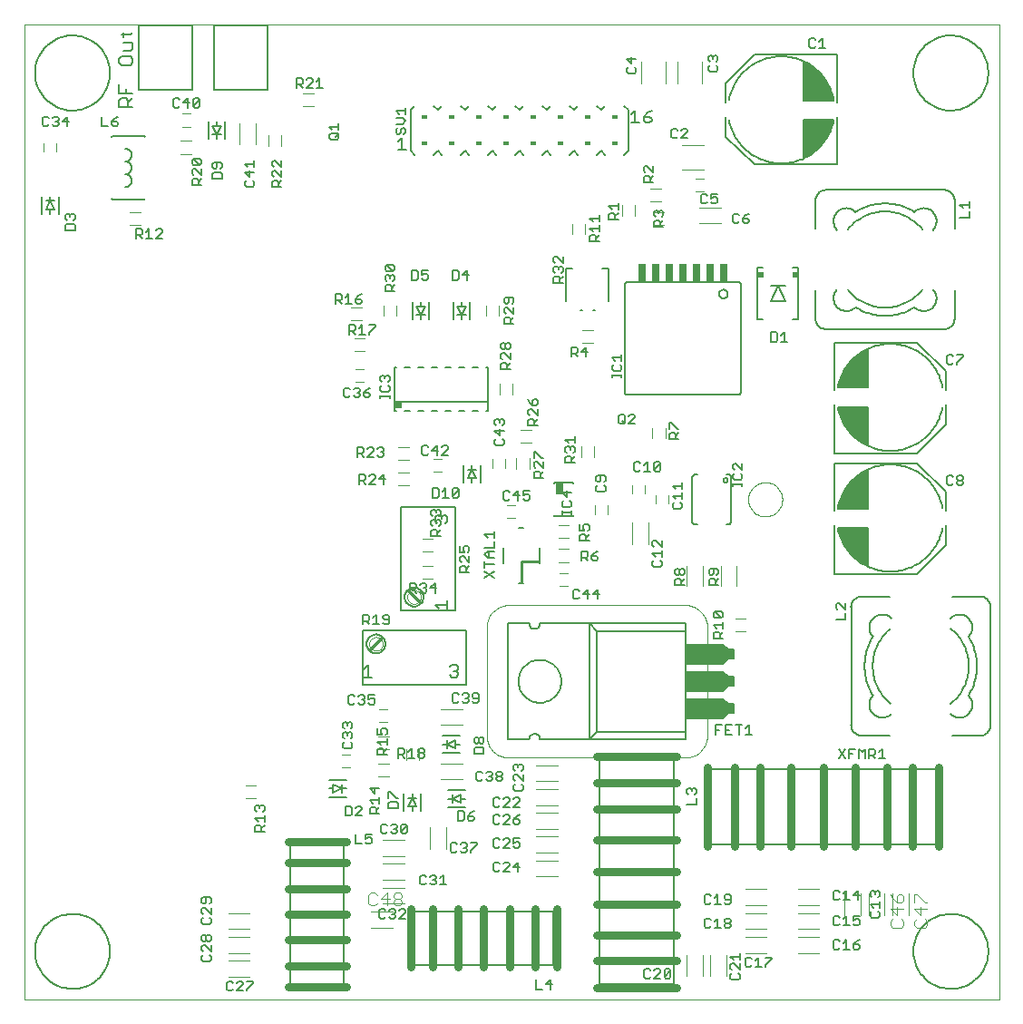
<source format=gto>
G75*
G70*
%OFA0B0*%
%FSLAX24Y24*%
%IPPOS*%
%LPD*%
%AMOC8*
5,1,8,0,0,1.08239X$1,22.5*
%
%ADD10C,0.0000*%
%ADD11C,0.0070*%
%ADD12C,0.0050*%
%ADD13C,0.0315*%
%ADD14C,0.0031*%
%ADD15R,0.0276X0.0709*%
%ADD16R,0.0236X0.0197*%
%ADD17C,0.0060*%
%ADD18R,0.0200X0.0150*%
%ADD19R,0.0250X0.0225*%
%ADD20C,0.0120*%
%ADD21C,0.0020*%
%ADD22R,0.0276X0.0413*%
%ADD23C,0.0100*%
%ADD24C,0.0040*%
D10*
X001930Y001930D02*
X001930Y037757D01*
X037757Y037757D01*
X037757Y001930D01*
X001930Y001930D01*
X018927Y011627D02*
X018927Y015627D01*
X018929Y015682D01*
X018934Y015736D01*
X018944Y015790D01*
X018957Y015843D01*
X018973Y015895D01*
X018993Y015946D01*
X019017Y015995D01*
X019043Y016043D01*
X019073Y016088D01*
X019106Y016132D01*
X019142Y016173D01*
X019181Y016212D01*
X019222Y016248D01*
X019266Y016281D01*
X019311Y016311D01*
X019359Y016337D01*
X019408Y016361D01*
X019459Y016381D01*
X019511Y016397D01*
X019564Y016410D01*
X019618Y016420D01*
X019672Y016425D01*
X019727Y016427D01*
X026227Y016427D01*
X026282Y016425D01*
X026336Y016420D01*
X026390Y016410D01*
X026443Y016397D01*
X026495Y016381D01*
X026546Y016361D01*
X026595Y016337D01*
X026643Y016311D01*
X026688Y016281D01*
X026732Y016248D01*
X026773Y016212D01*
X026812Y016173D01*
X026848Y016132D01*
X026881Y016088D01*
X026911Y016043D01*
X026937Y015995D01*
X026961Y015946D01*
X026981Y015895D01*
X026997Y015843D01*
X027010Y015790D01*
X027020Y015736D01*
X027025Y015682D01*
X027027Y015627D01*
X027027Y011627D01*
X027025Y011572D01*
X027020Y011518D01*
X027010Y011464D01*
X026997Y011411D01*
X026981Y011359D01*
X026961Y011308D01*
X026937Y011259D01*
X026911Y011211D01*
X026881Y011166D01*
X026848Y011122D01*
X026812Y011081D01*
X026773Y011042D01*
X026732Y011006D01*
X026688Y010973D01*
X026643Y010943D01*
X026595Y010917D01*
X026546Y010893D01*
X026495Y010873D01*
X026443Y010857D01*
X026390Y010844D01*
X026336Y010834D01*
X026282Y010829D01*
X026227Y010827D01*
X019727Y010827D01*
X019672Y010829D01*
X019618Y010834D01*
X019564Y010844D01*
X019511Y010857D01*
X019459Y010873D01*
X019408Y010893D01*
X019359Y010917D01*
X019311Y010943D01*
X019266Y010973D01*
X019222Y011006D01*
X019181Y011042D01*
X019142Y011081D01*
X019106Y011122D01*
X019073Y011166D01*
X019043Y011211D01*
X019017Y011259D01*
X018993Y011308D01*
X018973Y011359D01*
X018957Y011411D01*
X018944Y011464D01*
X018934Y011518D01*
X018929Y011572D01*
X018927Y011627D01*
X028528Y020314D02*
X028531Y020371D01*
X028538Y020428D01*
X028551Y020484D01*
X028569Y020538D01*
X028592Y020591D01*
X028620Y020641D01*
X028652Y020689D01*
X028688Y020733D01*
X028728Y020774D01*
X028772Y020812D01*
X028818Y020845D01*
X028868Y020873D01*
X028920Y020897D01*
X028974Y020917D01*
X029030Y020931D01*
X029086Y020940D01*
X029144Y020944D01*
X029201Y020943D01*
X029258Y020936D01*
X029314Y020924D01*
X029369Y020908D01*
X029422Y020886D01*
X029473Y020860D01*
X029521Y020829D01*
X029567Y020794D01*
X029609Y020754D01*
X029647Y020712D01*
X029681Y020665D01*
X029711Y020616D01*
X029736Y020565D01*
X029756Y020511D01*
X029772Y020456D01*
X029782Y020400D01*
X029787Y020343D01*
X029787Y020285D01*
X029782Y020228D01*
X029772Y020172D01*
X029756Y020117D01*
X029736Y020063D01*
X029711Y020012D01*
X029681Y019963D01*
X029647Y019916D01*
X029609Y019874D01*
X029567Y019834D01*
X029521Y019799D01*
X029473Y019768D01*
X029422Y019742D01*
X029369Y019720D01*
X029314Y019704D01*
X029258Y019692D01*
X029201Y019685D01*
X029144Y019684D01*
X029086Y019688D01*
X029030Y019697D01*
X028974Y019711D01*
X028920Y019731D01*
X028868Y019755D01*
X028818Y019783D01*
X028772Y019816D01*
X028728Y019854D01*
X028688Y019895D01*
X028652Y019939D01*
X028620Y019987D01*
X028592Y020037D01*
X028569Y020090D01*
X028551Y020144D01*
X028538Y020200D01*
X028531Y020257D01*
X028528Y020314D01*
D11*
X005904Y034724D02*
X005414Y034724D01*
X005414Y034969D01*
X005495Y035051D01*
X005659Y035051D01*
X005741Y034969D01*
X005741Y034724D01*
X005741Y034888D02*
X005904Y035051D01*
X005904Y035240D02*
X005414Y035240D01*
X005414Y035567D01*
X005659Y035403D02*
X005659Y035240D01*
X005495Y036271D02*
X005822Y036271D01*
X005904Y036353D01*
X005904Y036516D01*
X005822Y036598D01*
X005495Y036598D01*
X005414Y036516D01*
X005414Y036353D01*
X005495Y036271D01*
X005577Y036787D02*
X005822Y036787D01*
X005904Y036868D01*
X005904Y037114D01*
X005577Y037114D01*
X005577Y037302D02*
X005577Y037466D01*
X005495Y037384D02*
X005822Y037384D01*
X005904Y037466D01*
D12*
X006142Y037745D02*
X008111Y037745D01*
X008111Y035383D01*
X006142Y035383D01*
X006142Y037745D01*
X002323Y035985D02*
X002329Y036110D01*
X002346Y036235D01*
X002374Y036357D01*
X002413Y036476D01*
X002463Y036591D01*
X002524Y036701D01*
X002594Y036805D01*
X002673Y036902D01*
X002760Y036992D01*
X002856Y037073D01*
X002958Y037146D01*
X003067Y037209D01*
X003181Y037261D01*
X003299Y037303D01*
X003421Y037334D01*
X003544Y037354D01*
X003670Y037363D01*
X003795Y037360D01*
X003920Y037346D01*
X004042Y037320D01*
X004162Y037283D01*
X004279Y037236D01*
X004390Y037178D01*
X004496Y037111D01*
X004595Y037034D01*
X004686Y036948D01*
X004770Y036855D01*
X004845Y036754D01*
X004910Y036647D01*
X004965Y036534D01*
X005010Y036417D01*
X005043Y036296D01*
X005066Y036173D01*
X005078Y036048D01*
X005078Y035922D01*
X005066Y035797D01*
X005043Y035674D01*
X005010Y035553D01*
X004965Y035436D01*
X004910Y035323D01*
X004845Y035216D01*
X004770Y035115D01*
X004686Y035022D01*
X004595Y034936D01*
X004496Y034859D01*
X004390Y034792D01*
X004279Y034734D01*
X004162Y034687D01*
X004042Y034650D01*
X003920Y034624D01*
X003795Y034610D01*
X003670Y034607D01*
X003544Y034616D01*
X003421Y034636D01*
X003299Y034667D01*
X003181Y034709D01*
X003067Y034761D01*
X002958Y034824D01*
X002856Y034897D01*
X002760Y034978D01*
X002673Y035068D01*
X002594Y035165D01*
X002524Y035269D01*
X002463Y035379D01*
X002413Y035494D01*
X002374Y035613D01*
X002346Y035735D01*
X002329Y035860D01*
X002323Y035985D01*
X002647Y034377D02*
X002589Y034319D01*
X002589Y034085D01*
X002647Y034027D01*
X002764Y034027D01*
X002823Y034085D01*
X002957Y034085D02*
X003016Y034027D01*
X003133Y034027D01*
X003191Y034085D01*
X003191Y034143D01*
X003133Y034202D01*
X003074Y034202D01*
X003133Y034202D02*
X003191Y034260D01*
X003191Y034319D01*
X003133Y034377D01*
X003016Y034377D01*
X002957Y034319D01*
X002823Y034319D02*
X002764Y034377D01*
X002647Y034377D01*
X003326Y034202D02*
X003559Y034202D01*
X003501Y034377D02*
X003326Y034202D01*
X003501Y034027D02*
X003501Y034377D01*
X004777Y034377D02*
X004777Y034027D01*
X005010Y034027D01*
X005145Y034085D02*
X005203Y034027D01*
X005320Y034027D01*
X005378Y034085D01*
X005378Y034143D01*
X005320Y034202D01*
X005145Y034202D01*
X005145Y034085D01*
X005145Y034202D02*
X005262Y034319D01*
X005378Y034377D01*
X005161Y033683D02*
X005122Y033643D01*
X005161Y033683D02*
X006342Y033683D01*
X006382Y033643D01*
X005870Y032974D02*
X005868Y032946D01*
X005863Y032918D01*
X005855Y032890D01*
X005843Y032864D01*
X005828Y032840D01*
X005811Y032818D01*
X005790Y032797D01*
X005768Y032780D01*
X005744Y032765D01*
X005718Y032753D01*
X005690Y032745D01*
X005662Y032740D01*
X005634Y032738D01*
X005870Y032974D02*
X005868Y033002D01*
X005863Y033030D01*
X005855Y033058D01*
X005843Y033084D01*
X005828Y033108D01*
X005811Y033130D01*
X005790Y033151D01*
X005768Y033168D01*
X005744Y033183D01*
X005718Y033195D01*
X005690Y033203D01*
X005662Y033208D01*
X005634Y033210D01*
X005870Y032502D02*
X005868Y032474D01*
X005863Y032446D01*
X005855Y032418D01*
X005843Y032392D01*
X005828Y032368D01*
X005811Y032346D01*
X005790Y032325D01*
X005768Y032308D01*
X005744Y032293D01*
X005718Y032281D01*
X005690Y032273D01*
X005662Y032268D01*
X005634Y032266D01*
X005870Y032502D02*
X005868Y032530D01*
X005863Y032558D01*
X005855Y032586D01*
X005843Y032612D01*
X005828Y032636D01*
X005811Y032658D01*
X005790Y032679D01*
X005768Y032696D01*
X005744Y032711D01*
X005718Y032723D01*
X005690Y032731D01*
X005662Y032736D01*
X005634Y032738D01*
X005870Y032029D02*
X005868Y032001D01*
X005863Y031973D01*
X005855Y031945D01*
X005843Y031919D01*
X005828Y031895D01*
X005811Y031873D01*
X005790Y031852D01*
X005768Y031835D01*
X005744Y031820D01*
X005718Y031808D01*
X005690Y031800D01*
X005662Y031795D01*
X005634Y031793D01*
X005870Y032029D02*
X005868Y032057D01*
X005863Y032085D01*
X005855Y032113D01*
X005843Y032139D01*
X005828Y032163D01*
X005811Y032185D01*
X005790Y032206D01*
X005768Y032223D01*
X005744Y032238D01*
X005718Y032250D01*
X005690Y032258D01*
X005662Y032263D01*
X005634Y032265D01*
X005122Y031360D02*
X005161Y031321D01*
X006342Y031321D01*
X006382Y031360D01*
X006512Y030252D02*
X006512Y029902D01*
X006628Y029902D02*
X006395Y029902D01*
X006260Y029902D02*
X006143Y030018D01*
X006202Y030018D02*
X006027Y030018D01*
X006027Y029902D02*
X006027Y030252D01*
X006202Y030252D01*
X006260Y030193D01*
X006260Y030077D01*
X006202Y030018D01*
X006395Y030135D02*
X006512Y030252D01*
X006763Y030193D02*
X006822Y030252D01*
X006938Y030252D01*
X006997Y030193D01*
X006997Y030135D01*
X006763Y029902D01*
X006997Y029902D01*
X008089Y031859D02*
X008089Y032034D01*
X008147Y032093D01*
X008264Y032093D01*
X008322Y032034D01*
X008322Y031859D01*
X008322Y031976D02*
X008439Y032093D01*
X008439Y032227D02*
X008206Y032461D01*
X008147Y032461D01*
X008089Y032403D01*
X008089Y032286D01*
X008147Y032227D01*
X008439Y032227D02*
X008439Y032461D01*
X008381Y032596D02*
X008147Y032829D01*
X008381Y032829D01*
X008439Y032771D01*
X008439Y032654D01*
X008381Y032596D01*
X008147Y032596D01*
X008089Y032654D01*
X008089Y032771D01*
X008147Y032829D01*
X008839Y032646D02*
X008839Y032529D01*
X008897Y032471D01*
X008956Y032471D01*
X009014Y032529D01*
X009014Y032704D01*
X009131Y032704D02*
X008897Y032704D01*
X008839Y032646D01*
X009131Y032704D02*
X009189Y032646D01*
X009189Y032529D01*
X009131Y032471D01*
X009131Y032336D02*
X008897Y032336D01*
X008839Y032278D01*
X008839Y032102D01*
X009189Y032102D01*
X009189Y032278D01*
X009131Y032336D01*
X008439Y031859D02*
X008089Y031859D01*
X008687Y033562D02*
X008687Y034192D01*
X008844Y034034D02*
X009002Y034034D01*
X009002Y034192D01*
X009002Y034034D02*
X009159Y034034D01*
X009002Y033719D01*
X009002Y033562D01*
X009002Y033719D02*
X008844Y034034D01*
X008844Y033719D02*
X009002Y033719D01*
X009159Y033719D01*
X009317Y033562D02*
X009317Y034192D01*
X008372Y034772D02*
X008372Y035006D01*
X008138Y034772D01*
X008197Y034714D01*
X008313Y034714D01*
X008372Y034772D01*
X008138Y034772D02*
X008138Y035006D01*
X008197Y035064D01*
X008313Y035064D01*
X008372Y035006D01*
X008003Y034889D02*
X007770Y034889D01*
X007945Y035064D01*
X007945Y034714D01*
X007635Y034772D02*
X007577Y034714D01*
X007460Y034714D01*
X007402Y034772D01*
X007402Y035006D01*
X007460Y035064D01*
X007577Y035064D01*
X007635Y035006D01*
X008892Y035383D02*
X008892Y037745D01*
X010861Y037745D01*
X010861Y035383D01*
X008892Y035383D01*
X010026Y032650D02*
X010377Y032650D01*
X010377Y032533D02*
X010377Y032767D01*
X010143Y032533D02*
X010026Y032650D01*
X010201Y032398D02*
X010201Y032165D01*
X010026Y032340D01*
X010377Y032340D01*
X010318Y032030D02*
X010377Y031972D01*
X010377Y031855D01*
X010318Y031797D01*
X010085Y031797D01*
X010026Y031855D01*
X010026Y031972D01*
X010085Y032030D01*
X011026Y031972D02*
X011085Y032030D01*
X011201Y032030D01*
X011260Y031972D01*
X011260Y031797D01*
X011260Y031913D02*
X011377Y032030D01*
X011377Y032165D02*
X011143Y032399D01*
X011085Y032399D01*
X011026Y032340D01*
X011026Y032223D01*
X011085Y032165D01*
X011026Y031972D02*
X011026Y031797D01*
X011377Y031797D01*
X011377Y032165D02*
X011377Y032399D01*
X011377Y032533D02*
X011143Y032767D01*
X011085Y032767D01*
X011026Y032708D01*
X011026Y032592D01*
X011085Y032533D01*
X011377Y032533D02*
X011377Y032767D01*
X013126Y033585D02*
X013126Y033702D01*
X013185Y033760D01*
X013418Y033760D01*
X013477Y033702D01*
X013477Y033585D01*
X013418Y033527D01*
X013185Y033527D01*
X013126Y033585D01*
X013360Y033643D02*
X013477Y033760D01*
X013477Y033895D02*
X013477Y034128D01*
X013477Y034012D02*
X013126Y034012D01*
X013243Y033895D01*
X012892Y035439D02*
X012658Y035439D01*
X012775Y035439D02*
X012775Y035789D01*
X012658Y035673D01*
X012524Y035673D02*
X012524Y035731D01*
X012465Y035789D01*
X012348Y035789D01*
X012290Y035731D01*
X012155Y035731D02*
X012155Y035614D01*
X012097Y035556D01*
X011922Y035556D01*
X012038Y035556D02*
X012155Y035439D01*
X012290Y035439D02*
X012524Y035673D01*
X012524Y035439D02*
X012290Y035439D01*
X012155Y035731D02*
X012097Y035789D01*
X011922Y035789D01*
X011922Y035439D01*
X015589Y034588D02*
X015706Y034471D01*
X015589Y034588D02*
X015939Y034588D01*
X015939Y034704D02*
X015939Y034471D01*
X015822Y034336D02*
X015939Y034219D01*
X015822Y034103D01*
X015589Y034103D01*
X015647Y033968D02*
X015589Y033909D01*
X015589Y033793D01*
X015647Y033734D01*
X015706Y033734D01*
X015764Y033793D01*
X015764Y033909D01*
X015822Y033968D01*
X015881Y033968D01*
X015939Y033909D01*
X015939Y033793D01*
X015881Y033734D01*
X015802Y033602D02*
X015802Y033152D01*
X015652Y033152D02*
X015952Y033152D01*
X015652Y033452D02*
X015802Y033602D01*
X015822Y034336D02*
X015589Y034336D01*
X015481Y028934D02*
X015247Y028934D01*
X015481Y028701D01*
X015539Y028759D01*
X015539Y028876D01*
X015481Y028934D01*
X015481Y028701D02*
X015247Y028701D01*
X015189Y028759D01*
X015189Y028876D01*
X015247Y028934D01*
X015247Y028566D02*
X015306Y028566D01*
X015364Y028508D01*
X015422Y028566D01*
X015481Y028566D01*
X015539Y028508D01*
X015539Y028391D01*
X015481Y028332D01*
X015539Y028198D02*
X015422Y028081D01*
X015422Y028139D02*
X015422Y027964D01*
X015539Y027964D02*
X015189Y027964D01*
X015189Y028139D01*
X015247Y028198D01*
X015364Y028198D01*
X015422Y028139D01*
X015247Y028332D02*
X015189Y028391D01*
X015189Y028508D01*
X015247Y028566D01*
X015364Y028508D02*
X015364Y028449D01*
X016165Y028377D02*
X016340Y028377D01*
X016399Y028435D01*
X016399Y028669D01*
X016340Y028727D01*
X016165Y028727D01*
X016165Y028377D01*
X016533Y028435D02*
X016592Y028377D01*
X016708Y028377D01*
X016767Y028435D01*
X016767Y028552D01*
X016708Y028610D01*
X016650Y028610D01*
X016533Y028552D01*
X016533Y028727D01*
X016767Y028727D01*
X017665Y028727D02*
X017665Y028377D01*
X017840Y028377D01*
X017899Y028435D01*
X017899Y028669D01*
X017840Y028727D01*
X017665Y028727D01*
X018033Y028552D02*
X018267Y028552D01*
X018208Y028727D02*
X018033Y028552D01*
X018208Y028377D02*
X018208Y028727D01*
X018317Y027567D02*
X018317Y026937D01*
X018159Y027094D02*
X018002Y027094D01*
X018002Y026937D01*
X018002Y027094D02*
X017844Y027094D01*
X018002Y027094D02*
X017844Y027409D01*
X018002Y027409D01*
X018002Y027567D01*
X018002Y027409D02*
X018159Y027409D01*
X018002Y027094D01*
X017687Y026937D02*
X017687Y027567D01*
X016817Y027567D02*
X016817Y026937D01*
X016659Y027094D02*
X016502Y027094D01*
X016502Y026937D01*
X016502Y027094D02*
X016659Y027409D01*
X016502Y027409D01*
X016502Y027567D01*
X016502Y027409D02*
X016344Y027409D01*
X016502Y027094D01*
X016344Y027094D01*
X016187Y026937D02*
X016187Y027567D01*
X014829Y026727D02*
X014829Y026669D01*
X014596Y026435D01*
X014596Y026377D01*
X014461Y026377D02*
X014228Y026377D01*
X014344Y026377D02*
X014344Y026727D01*
X014228Y026610D01*
X014093Y026552D02*
X014093Y026669D01*
X014034Y026727D01*
X013859Y026727D01*
X013859Y026377D01*
X013859Y026493D02*
X014034Y026493D01*
X014093Y026552D01*
X013976Y026493D02*
X014093Y026377D01*
X014596Y026727D02*
X014829Y026727D01*
X014271Y027502D02*
X014329Y027560D01*
X014329Y027618D01*
X014271Y027677D01*
X014096Y027677D01*
X014096Y027560D01*
X014154Y027502D01*
X014271Y027502D01*
X014096Y027677D02*
X014212Y027793D01*
X014329Y027852D01*
X013961Y027502D02*
X013727Y027502D01*
X013844Y027502D02*
X013844Y027852D01*
X013727Y027735D01*
X013593Y027677D02*
X013534Y027618D01*
X013359Y027618D01*
X013359Y027502D02*
X013359Y027852D01*
X013534Y027852D01*
X013593Y027793D01*
X013593Y027677D01*
X013476Y027618D02*
X013593Y027502D01*
X015527Y025177D02*
X015602Y025177D01*
X015527Y025177D02*
X015527Y023902D01*
X018977Y023902D01*
X018977Y023577D01*
X018902Y023577D01*
X018602Y023577D02*
X018402Y023577D01*
X018102Y023577D02*
X017902Y023577D01*
X017602Y023577D02*
X017402Y023577D01*
X017102Y023577D02*
X016902Y023577D01*
X016602Y023577D02*
X016402Y023577D01*
X016102Y023577D02*
X015902Y023577D01*
X015602Y023577D02*
X015527Y023577D01*
X015527Y023902D01*
X015352Y024027D02*
X015352Y024143D01*
X015352Y024085D02*
X015001Y024085D01*
X015001Y024027D02*
X015001Y024143D01*
X015060Y024272D02*
X015293Y024272D01*
X015352Y024330D01*
X015352Y024447D01*
X015293Y024506D01*
X015293Y024640D02*
X015352Y024699D01*
X015352Y024816D01*
X015293Y024874D01*
X015235Y024874D01*
X015176Y024816D01*
X015176Y024757D01*
X015176Y024816D02*
X015118Y024874D01*
X015060Y024874D01*
X015001Y024816D01*
X015001Y024699D01*
X015060Y024640D01*
X015060Y024506D02*
X015001Y024447D01*
X015001Y024330D01*
X015060Y024272D01*
X014642Y024181D02*
X014583Y024239D01*
X014408Y024239D01*
X014408Y024122D01*
X014467Y024064D01*
X014583Y024064D01*
X014642Y024122D01*
X014642Y024181D01*
X014525Y024356D02*
X014408Y024239D01*
X014274Y024181D02*
X014274Y024122D01*
X014215Y024064D01*
X014098Y024064D01*
X014040Y024122D01*
X013905Y024122D02*
X013847Y024064D01*
X013730Y024064D01*
X013672Y024122D01*
X013672Y024356D01*
X013730Y024414D01*
X013847Y024414D01*
X013905Y024356D01*
X014040Y024356D02*
X014098Y024414D01*
X014215Y024414D01*
X014274Y024356D01*
X014274Y024298D01*
X014215Y024239D01*
X014274Y024181D01*
X014215Y024239D02*
X014157Y024239D01*
X014525Y024356D02*
X014642Y024414D01*
X015902Y025177D02*
X016102Y025177D01*
X016402Y025177D02*
X016602Y025177D01*
X016902Y025177D02*
X017102Y025177D01*
X017402Y025177D02*
X017602Y025177D01*
X017902Y025177D02*
X018102Y025177D01*
X018402Y025177D02*
X018602Y025177D01*
X018902Y025177D02*
X018977Y025177D01*
X018977Y023902D01*
X019272Y023267D02*
X019331Y023267D01*
X019389Y023208D01*
X019447Y023267D01*
X019506Y023267D01*
X019564Y023208D01*
X019564Y023092D01*
X019506Y023033D01*
X019389Y023150D02*
X019389Y023208D01*
X019272Y023267D02*
X019214Y023208D01*
X019214Y023092D01*
X019272Y023033D01*
X019389Y022899D02*
X019389Y022665D01*
X019214Y022840D01*
X019564Y022840D01*
X019506Y022530D02*
X019564Y022472D01*
X019564Y022355D01*
X019506Y022297D01*
X019272Y022297D01*
X019214Y022355D01*
X019214Y022472D01*
X019272Y022530D01*
X018692Y021567D02*
X018692Y020937D01*
X018534Y021094D02*
X018377Y021094D01*
X018377Y020937D01*
X018377Y021094D02*
X018219Y021094D01*
X018377Y021409D01*
X018377Y021567D01*
X018377Y021409D02*
X018219Y021409D01*
X018377Y021409D02*
X018534Y021094D01*
X018534Y021409D02*
X018377Y021409D01*
X018062Y021567D02*
X018062Y020937D01*
X017833Y020727D02*
X017892Y020669D01*
X017658Y020435D01*
X017717Y020377D01*
X017833Y020377D01*
X017892Y020435D01*
X017892Y020669D01*
X017833Y020727D02*
X017717Y020727D01*
X017658Y020669D01*
X017658Y020435D01*
X017523Y020377D02*
X017290Y020377D01*
X017407Y020377D02*
X017407Y020727D01*
X017290Y020610D01*
X017155Y020669D02*
X017155Y020435D01*
X017097Y020377D01*
X016922Y020377D01*
X016922Y020727D01*
X017097Y020727D01*
X017155Y020669D01*
X017168Y019934D02*
X017227Y019876D01*
X017227Y019759D01*
X017168Y019701D01*
X017176Y019741D02*
X017251Y019666D01*
X017326Y019741D01*
X017402Y019741D01*
X017477Y019666D01*
X017477Y019516D01*
X017402Y019441D01*
X017227Y019391D02*
X017168Y019332D01*
X017227Y019391D02*
X017227Y019508D01*
X017168Y019566D01*
X017110Y019566D01*
X017052Y019508D01*
X017052Y019449D01*
X017101Y019441D02*
X017026Y019516D01*
X017026Y019666D01*
X017101Y019741D01*
X017176Y019741D01*
X017251Y019666D02*
X017251Y019591D01*
X017052Y019508D02*
X016993Y019566D01*
X016935Y019566D01*
X016876Y019508D01*
X016876Y019391D01*
X016935Y019332D01*
X016935Y019198D02*
X017052Y019198D01*
X017110Y019139D01*
X017110Y018964D01*
X017227Y018964D02*
X016876Y018964D01*
X016876Y019139D01*
X016935Y019198D01*
X017110Y019081D02*
X017227Y019198D01*
X016935Y019701D02*
X016876Y019759D01*
X016876Y019876D01*
X016935Y019934D01*
X016993Y019934D01*
X017052Y019876D01*
X017110Y019934D01*
X017168Y019934D01*
X017052Y019876D02*
X017052Y019818D01*
X017934Y018597D02*
X017934Y018363D01*
X018109Y018363D01*
X018051Y018480D01*
X018051Y018538D01*
X018109Y018597D01*
X018226Y018597D01*
X018284Y018538D01*
X018284Y018422D01*
X018226Y018363D01*
X018284Y018228D02*
X018284Y017995D01*
X018051Y018228D01*
X017992Y018228D01*
X017934Y018170D01*
X017934Y018053D01*
X017992Y017995D01*
X017992Y017860D02*
X018109Y017860D01*
X018167Y017802D01*
X018167Y017627D01*
X018167Y017743D02*
X018284Y017860D01*
X018284Y017627D02*
X017934Y017627D01*
X017934Y017802D01*
X017992Y017860D01*
X018839Y017803D02*
X018839Y018037D01*
X018839Y017920D02*
X019189Y017920D01*
X019189Y017669D02*
X018839Y017435D01*
X018839Y017669D02*
X019189Y017435D01*
X019520Y017976D02*
X019520Y018527D01*
X019189Y018540D02*
X019189Y018773D01*
X019189Y018908D02*
X019189Y019142D01*
X019189Y019025D02*
X018839Y019025D01*
X018956Y018908D01*
X018839Y018540D02*
X019189Y018540D01*
X019189Y018405D02*
X018956Y018405D01*
X018839Y018288D01*
X018956Y018172D01*
X019189Y018172D01*
X019014Y018172D02*
X019014Y018405D01*
X020110Y019275D02*
X020268Y019275D01*
X020858Y018547D02*
X020858Y017976D01*
X020268Y017228D02*
X020110Y017228D01*
X020483Y015753D02*
X019696Y015753D01*
X019696Y011501D01*
X020483Y011501D01*
X020485Y011527D01*
X020490Y011552D01*
X020498Y011576D01*
X020509Y011600D01*
X020524Y011621D01*
X020541Y011640D01*
X020560Y011657D01*
X020581Y011672D01*
X020605Y011683D01*
X020629Y011691D01*
X020654Y011696D01*
X020680Y011698D01*
X020706Y011696D01*
X020731Y011691D01*
X020755Y011683D01*
X020779Y011672D01*
X020800Y011657D01*
X020819Y011640D01*
X020836Y011621D01*
X020851Y011599D01*
X020862Y011576D01*
X020870Y011552D01*
X020875Y011527D01*
X020877Y011501D01*
X022688Y011501D01*
X022963Y011776D01*
X026231Y011776D01*
X026231Y015477D01*
X022963Y015477D01*
X022963Y011776D01*
X022688Y011501D02*
X022688Y015753D01*
X022963Y015477D01*
X022688Y015753D02*
X020877Y015753D01*
X020680Y015556D02*
X020654Y015558D01*
X020629Y015563D01*
X020605Y015571D01*
X020581Y015582D01*
X020560Y015597D01*
X020541Y015614D01*
X020524Y015633D01*
X020509Y015655D01*
X020498Y015678D01*
X020490Y015702D01*
X020485Y015727D01*
X020483Y015753D01*
X020680Y015556D02*
X020706Y015558D01*
X020731Y015563D01*
X020755Y015571D01*
X020778Y015582D01*
X020800Y015597D01*
X020819Y015614D01*
X020836Y015633D01*
X020851Y015654D01*
X020862Y015678D01*
X020870Y015702D01*
X020875Y015727D01*
X020877Y015753D01*
X022089Y016710D02*
X022147Y016652D01*
X022264Y016652D01*
X022323Y016710D01*
X022457Y016827D02*
X022691Y016827D01*
X022826Y016827D02*
X023059Y016827D01*
X023001Y016652D02*
X023001Y017002D01*
X022826Y016827D01*
X022633Y017002D02*
X022457Y016827D01*
X022323Y016943D02*
X022264Y017002D01*
X022147Y017002D01*
X022089Y016943D01*
X022089Y016710D01*
X022633Y016652D02*
X022633Y017002D01*
X022648Y018064D02*
X022532Y018181D01*
X022590Y018181D02*
X022415Y018181D01*
X022415Y018064D02*
X022415Y018414D01*
X022590Y018414D01*
X022648Y018356D01*
X022648Y018239D01*
X022590Y018181D01*
X022783Y018239D02*
X022900Y018356D01*
X023017Y018414D01*
X022958Y018239D02*
X022783Y018239D01*
X022783Y018122D01*
X022842Y018064D01*
X022958Y018064D01*
X023017Y018122D01*
X023017Y018181D01*
X022958Y018239D01*
X022689Y018790D02*
X022339Y018790D01*
X022339Y018965D01*
X022397Y019023D01*
X022514Y019023D01*
X022572Y018965D01*
X022572Y018790D01*
X022572Y018907D02*
X022689Y019023D01*
X022631Y019158D02*
X022689Y019217D01*
X022689Y019333D01*
X022631Y019392D01*
X022514Y019392D01*
X022456Y019333D01*
X022456Y019275D01*
X022514Y019158D01*
X022339Y019158D01*
X022339Y019392D01*
X022106Y019704D02*
X022106Y019743D01*
X022106Y019704D02*
X021397Y019704D01*
X021397Y019743D01*
X021689Y019777D02*
X021689Y019893D01*
X021689Y019835D02*
X022039Y019835D01*
X022039Y019777D02*
X022039Y019893D01*
X021981Y020022D02*
X022039Y020081D01*
X022039Y020197D01*
X021981Y020256D01*
X021864Y020390D02*
X021864Y020624D01*
X021689Y020566D02*
X021864Y020390D01*
X021747Y020256D02*
X021689Y020197D01*
X021689Y020081D01*
X021747Y020022D01*
X021981Y020022D01*
X022039Y020566D02*
X021689Y020566D01*
X021397Y020885D02*
X021397Y020924D01*
X022106Y020924D01*
X022106Y020885D01*
X022164Y021652D02*
X021814Y021652D01*
X021814Y021827D01*
X021872Y021885D01*
X021989Y021885D01*
X022048Y021827D01*
X022048Y021652D01*
X022048Y021768D02*
X022164Y021885D01*
X022106Y022020D02*
X022164Y022078D01*
X022164Y022195D01*
X022106Y022254D01*
X022048Y022254D01*
X021989Y022195D01*
X021989Y022137D01*
X021989Y022195D02*
X021931Y022254D01*
X021872Y022254D01*
X021814Y022195D01*
X021814Y022078D01*
X021872Y022020D01*
X021931Y022388D02*
X021814Y022505D01*
X022164Y022505D01*
X022164Y022388D02*
X022164Y022622D01*
X021002Y021846D02*
X020943Y021846D01*
X020710Y022079D01*
X020651Y022079D01*
X020651Y021846D01*
X020710Y021711D02*
X020651Y021653D01*
X020651Y021536D01*
X020710Y021477D01*
X020710Y021343D02*
X020827Y021343D01*
X020885Y021284D01*
X020885Y021109D01*
X021002Y021109D02*
X020651Y021109D01*
X020651Y021284D01*
X020710Y021343D01*
X020885Y021226D02*
X021002Y021343D01*
X021002Y021477D02*
X020768Y021711D01*
X020710Y021711D01*
X021002Y021711D02*
X021002Y021477D01*
X020497Y020627D02*
X020263Y020627D01*
X020263Y020452D01*
X020380Y020510D01*
X020438Y020510D01*
X020497Y020452D01*
X020497Y020335D01*
X020438Y020277D01*
X020322Y020277D01*
X020263Y020335D01*
X020128Y020452D02*
X019895Y020452D01*
X020070Y020627D01*
X020070Y020277D01*
X019760Y020335D02*
X019702Y020277D01*
X019585Y020277D01*
X019527Y020335D01*
X019527Y020569D01*
X019585Y020627D01*
X019702Y020627D01*
X019760Y020569D01*
X017517Y021939D02*
X017283Y021939D01*
X017517Y022173D01*
X017517Y022231D01*
X017458Y022289D01*
X017342Y022289D01*
X017283Y022231D01*
X017149Y022114D02*
X016915Y022114D01*
X017090Y022289D01*
X017090Y021939D01*
X016780Y021997D02*
X016722Y021939D01*
X016605Y021939D01*
X016547Y021997D01*
X016547Y022231D01*
X016605Y022289D01*
X016722Y022289D01*
X016780Y022231D01*
X015142Y022169D02*
X015142Y022110D01*
X015083Y022052D01*
X015142Y021993D01*
X015142Y021935D01*
X015083Y021877D01*
X014967Y021877D01*
X014908Y021935D01*
X014774Y021877D02*
X014540Y021877D01*
X014774Y022110D01*
X014774Y022169D01*
X014715Y022227D01*
X014598Y022227D01*
X014540Y022169D01*
X014405Y022169D02*
X014405Y022052D01*
X014347Y021993D01*
X014172Y021993D01*
X014172Y021877D02*
X014172Y022227D01*
X014347Y022227D01*
X014405Y022169D01*
X014288Y021993D02*
X014405Y021877D01*
X014908Y022169D02*
X014967Y022227D01*
X015083Y022227D01*
X015142Y022169D01*
X015083Y022052D02*
X015025Y022052D01*
X015146Y021227D02*
X014971Y021052D01*
X015204Y021052D01*
X015146Y020877D02*
X015146Y021227D01*
X014836Y021169D02*
X014778Y021227D01*
X014661Y021227D01*
X014602Y021169D01*
X014468Y021169D02*
X014468Y021052D01*
X014409Y020993D01*
X014234Y020993D01*
X014234Y020877D02*
X014234Y021227D01*
X014409Y021227D01*
X014468Y021169D01*
X014351Y020993D02*
X014468Y020877D01*
X014602Y020877D02*
X014836Y021110D01*
X014836Y021169D01*
X014836Y020877D02*
X014602Y020877D01*
X016109Y017227D02*
X016284Y017227D01*
X016343Y017168D01*
X016343Y017052D01*
X016284Y016993D01*
X016109Y016993D01*
X016109Y016877D02*
X016109Y017227D01*
X016226Y016993D02*
X016343Y016877D01*
X016477Y016935D02*
X016536Y016877D01*
X016653Y016877D01*
X016711Y016935D01*
X016711Y016993D01*
X016653Y017052D01*
X016594Y017052D01*
X016653Y017052D02*
X016711Y017110D01*
X016711Y017168D01*
X016653Y017227D01*
X016536Y017227D01*
X016477Y017168D01*
X016846Y017052D02*
X017079Y017052D01*
X017021Y017227D02*
X016846Y017052D01*
X017021Y016877D02*
X017021Y017227D01*
X017477Y016591D02*
X017477Y016291D01*
X017477Y016441D02*
X017026Y016441D01*
X017176Y016291D01*
X015347Y016011D02*
X015347Y015777D01*
X015288Y015719D01*
X015172Y015719D01*
X015113Y015777D01*
X015172Y015894D02*
X015347Y015894D01*
X015347Y016011D02*
X015288Y016069D01*
X015172Y016069D01*
X015113Y016011D01*
X015113Y015953D01*
X015172Y015894D01*
X014978Y015719D02*
X014745Y015719D01*
X014862Y015719D02*
X014862Y016069D01*
X014745Y015953D01*
X014610Y016011D02*
X014610Y015894D01*
X014552Y015836D01*
X014377Y015836D01*
X014493Y015836D02*
X014610Y015719D01*
X014377Y015719D02*
X014377Y016069D01*
X014552Y016069D01*
X014610Y016011D01*
X014566Y014227D02*
X014566Y013777D01*
X014416Y013777D02*
X014716Y013777D01*
X014416Y014077D02*
X014566Y014227D01*
X014576Y013127D02*
X014576Y012952D01*
X014692Y013010D01*
X014751Y013010D01*
X014809Y012952D01*
X014809Y012835D01*
X014751Y012777D01*
X014634Y012777D01*
X014576Y012835D01*
X014441Y012835D02*
X014383Y012777D01*
X014266Y012777D01*
X014207Y012835D01*
X014073Y012835D02*
X014014Y012777D01*
X013897Y012777D01*
X013839Y012835D01*
X013839Y013069D01*
X013897Y013127D01*
X014014Y013127D01*
X014073Y013069D01*
X014207Y013069D02*
X014266Y013127D01*
X014383Y013127D01*
X014441Y013069D01*
X014441Y013010D01*
X014383Y012952D01*
X014441Y012893D01*
X014441Y012835D01*
X014383Y012952D02*
X014324Y012952D01*
X014576Y013127D02*
X014809Y013127D01*
X013918Y012122D02*
X013860Y012122D01*
X013802Y012063D01*
X013802Y012005D01*
X013802Y012063D02*
X013743Y012122D01*
X013685Y012122D01*
X013626Y012063D01*
X013626Y011947D01*
X013685Y011888D01*
X013685Y011753D02*
X013743Y011753D01*
X013802Y011695D01*
X013860Y011753D01*
X013918Y011753D01*
X013977Y011695D01*
X013977Y011578D01*
X013918Y011520D01*
X013918Y011385D02*
X013977Y011327D01*
X013977Y011210D01*
X013918Y011152D01*
X013685Y011152D01*
X013626Y011210D01*
X013626Y011327D01*
X013685Y011385D01*
X013685Y011520D02*
X013626Y011578D01*
X013626Y011695D01*
X013685Y011753D01*
X013802Y011695D02*
X013802Y011637D01*
X013918Y011888D02*
X013977Y011947D01*
X013977Y012063D01*
X013918Y012122D01*
X014901Y011892D02*
X014901Y011658D01*
X015076Y011658D01*
X015018Y011775D01*
X015018Y011833D01*
X015076Y011892D01*
X015193Y011892D01*
X015252Y011833D01*
X015252Y011717D01*
X015193Y011658D01*
X015252Y011524D02*
X015252Y011290D01*
X015252Y011407D02*
X014901Y011407D01*
X015018Y011290D01*
X014960Y011155D02*
X015076Y011155D01*
X015135Y011097D01*
X015135Y010922D01*
X015135Y011038D02*
X015252Y011155D01*
X015252Y010922D02*
X014901Y010922D01*
X014901Y011097D01*
X014960Y011155D01*
X015672Y011165D02*
X015672Y010814D01*
X015672Y010931D02*
X015847Y010931D01*
X015905Y010989D01*
X015905Y011106D01*
X015847Y011165D01*
X015672Y011165D01*
X015788Y010931D02*
X015905Y010814D01*
X016040Y010814D02*
X016273Y010814D01*
X016157Y010814D02*
X016157Y011165D01*
X016040Y011048D01*
X016408Y011048D02*
X016408Y011106D01*
X016467Y011165D01*
X016583Y011165D01*
X016642Y011106D01*
X016642Y011048D01*
X016583Y010989D01*
X016467Y010989D01*
X016408Y011048D01*
X016467Y010989D02*
X016408Y010931D01*
X016408Y010873D01*
X016467Y010814D01*
X016583Y010814D01*
X016642Y010873D01*
X016642Y010931D01*
X016583Y010989D01*
X017312Y010999D02*
X017942Y010999D01*
X017784Y011157D02*
X017469Y011314D01*
X017312Y011314D01*
X017469Y011314D02*
X017784Y011472D01*
X017784Y011314D01*
X017942Y011314D01*
X017784Y011314D02*
X017784Y011157D01*
X017469Y011157D02*
X017469Y011314D01*
X017469Y011472D01*
X017312Y011629D02*
X017942Y011629D01*
X018464Y011521D02*
X018464Y011404D01*
X018522Y011346D01*
X018581Y011346D01*
X018639Y011404D01*
X018639Y011521D01*
X018697Y011579D01*
X018756Y011579D01*
X018814Y011521D01*
X018814Y011404D01*
X018756Y011346D01*
X018697Y011346D01*
X018639Y011404D01*
X018639Y011521D02*
X018581Y011579D01*
X018522Y011579D01*
X018464Y011521D01*
X018522Y011211D02*
X018464Y011153D01*
X018464Y010978D01*
X018814Y010978D01*
X018814Y011153D01*
X018756Y011211D01*
X018522Y011211D01*
X018585Y010314D02*
X018527Y010256D01*
X018527Y010022D01*
X018585Y009964D01*
X018702Y009964D01*
X018760Y010022D01*
X018895Y010022D02*
X018953Y009964D01*
X019070Y009964D01*
X019128Y010022D01*
X019128Y010081D01*
X019070Y010139D01*
X019012Y010139D01*
X019070Y010139D02*
X019128Y010198D01*
X019128Y010256D01*
X019070Y010314D01*
X018953Y010314D01*
X018895Y010256D01*
X018760Y010256D02*
X018702Y010314D01*
X018585Y010314D01*
X018129Y009629D02*
X017499Y009629D01*
X017657Y009472D02*
X017657Y009314D01*
X017499Y009314D01*
X017657Y009314D02*
X017972Y009157D01*
X017972Y009314D01*
X018129Y009314D01*
X017972Y009314D02*
X017972Y009472D01*
X017657Y009314D01*
X017657Y009157D01*
X017499Y008999D02*
X018129Y008999D01*
X018028Y008852D02*
X017852Y008852D01*
X017852Y008502D01*
X018028Y008502D01*
X018086Y008560D01*
X018086Y008794D01*
X018028Y008852D01*
X018221Y008677D02*
X018396Y008677D01*
X018454Y008618D01*
X018454Y008560D01*
X018396Y008502D01*
X018279Y008502D01*
X018221Y008560D01*
X018221Y008677D01*
X018338Y008794D01*
X018454Y008852D01*
X019172Y008669D02*
X019172Y008435D01*
X019230Y008377D01*
X019347Y008377D01*
X019405Y008435D01*
X019540Y008377D02*
X019774Y008610D01*
X019774Y008669D01*
X019715Y008727D01*
X019598Y008727D01*
X019540Y008669D01*
X019405Y008669D02*
X019347Y008727D01*
X019230Y008727D01*
X019172Y008669D01*
X019230Y009002D02*
X019347Y009002D01*
X019405Y009060D01*
X019540Y009002D02*
X019773Y009235D01*
X019773Y009293D01*
X019715Y009352D01*
X019598Y009352D01*
X019540Y009293D01*
X019405Y009293D02*
X019347Y009352D01*
X019230Y009352D01*
X019172Y009293D01*
X019172Y009060D01*
X019230Y009002D01*
X019540Y009002D02*
X019773Y009002D01*
X019908Y009002D02*
X020142Y009235D01*
X020142Y009293D01*
X020083Y009352D01*
X019967Y009352D01*
X019908Y009293D01*
X019908Y009002D02*
X020142Y009002D01*
X020142Y008727D02*
X020025Y008669D01*
X019908Y008552D01*
X020083Y008552D01*
X020142Y008493D01*
X020142Y008435D01*
X020083Y008377D01*
X019967Y008377D01*
X019908Y008435D01*
X019908Y008552D01*
X019774Y008377D02*
X019540Y008377D01*
X019598Y007852D02*
X019540Y007794D01*
X019598Y007852D02*
X019715Y007852D01*
X019774Y007794D01*
X019774Y007735D01*
X019540Y007502D01*
X019774Y007502D01*
X019908Y007560D02*
X019967Y007502D01*
X020083Y007502D01*
X020142Y007560D01*
X020142Y007677D01*
X020083Y007735D01*
X020025Y007735D01*
X019908Y007677D01*
X019908Y007852D01*
X020142Y007852D01*
X019405Y007794D02*
X019347Y007852D01*
X019230Y007852D01*
X019172Y007794D01*
X019172Y007560D01*
X019230Y007502D01*
X019347Y007502D01*
X019405Y007560D01*
X019347Y006977D02*
X019230Y006977D01*
X019172Y006919D01*
X019172Y006685D01*
X019230Y006627D01*
X019347Y006627D01*
X019405Y006685D01*
X019540Y006627D02*
X019774Y006860D01*
X019774Y006919D01*
X019715Y006977D01*
X019598Y006977D01*
X019540Y006919D01*
X019405Y006919D02*
X019347Y006977D01*
X019540Y006627D02*
X019774Y006627D01*
X019908Y006802D02*
X020142Y006802D01*
X020083Y006977D02*
X019908Y006802D01*
X020083Y006627D02*
X020083Y006977D01*
X018559Y007631D02*
X018326Y007397D01*
X018326Y007339D01*
X018191Y007397D02*
X018133Y007339D01*
X018016Y007339D01*
X017958Y007397D01*
X017823Y007397D02*
X017764Y007339D01*
X017648Y007339D01*
X017589Y007397D01*
X017589Y007631D01*
X017648Y007689D01*
X017764Y007689D01*
X017823Y007631D01*
X017958Y007631D02*
X018016Y007689D01*
X018133Y007689D01*
X018191Y007631D01*
X018191Y007573D01*
X018133Y007514D01*
X018191Y007456D01*
X018191Y007397D01*
X018133Y007514D02*
X018074Y007514D01*
X018326Y007689D02*
X018559Y007689D01*
X018559Y007631D01*
X017318Y006502D02*
X017318Y006152D01*
X017434Y006152D02*
X017201Y006152D01*
X017066Y006210D02*
X017008Y006152D01*
X016891Y006152D01*
X016832Y006210D01*
X016698Y006210D02*
X016639Y006152D01*
X016523Y006152D01*
X016464Y006210D01*
X016464Y006444D01*
X016523Y006502D01*
X016639Y006502D01*
X016698Y006444D01*
X016832Y006444D02*
X016891Y006502D01*
X017008Y006502D01*
X017066Y006444D01*
X017066Y006385D01*
X017008Y006327D01*
X017066Y006268D01*
X017066Y006210D01*
X017008Y006327D02*
X016949Y006327D01*
X017201Y006385D02*
X017318Y006502D01*
X016255Y005173D02*
X016255Y003205D01*
X021373Y003205D01*
X021373Y005173D01*
X016255Y005173D01*
X015934Y005194D02*
X015876Y005252D01*
X015759Y005252D01*
X015701Y005194D01*
X015566Y005194D02*
X015566Y005135D01*
X015508Y005077D01*
X015566Y005018D01*
X015566Y004960D01*
X015508Y004902D01*
X015391Y004902D01*
X015332Y004960D01*
X015198Y004960D02*
X015139Y004902D01*
X015023Y004902D01*
X014964Y004960D01*
X014964Y005194D01*
X015023Y005252D01*
X015139Y005252D01*
X015198Y005194D01*
X015332Y005194D02*
X015391Y005252D01*
X015508Y005252D01*
X015566Y005194D01*
X015508Y005077D02*
X015449Y005077D01*
X015701Y004902D02*
X015934Y005135D01*
X015934Y005194D01*
X015934Y004902D02*
X015701Y004902D01*
X013673Y002505D02*
X011705Y002505D01*
X011705Y007623D01*
X013673Y007623D01*
X013673Y002505D01*
X010329Y002544D02*
X010096Y002310D01*
X010096Y002252D01*
X009961Y002252D02*
X009728Y002252D01*
X009961Y002485D01*
X009961Y002544D01*
X009903Y002602D01*
X009786Y002602D01*
X009728Y002544D01*
X009593Y002544D02*
X009534Y002602D01*
X009418Y002602D01*
X009359Y002544D01*
X009359Y002310D01*
X009418Y002252D01*
X009534Y002252D01*
X009593Y002310D01*
X010096Y002602D02*
X010329Y002602D01*
X010329Y002544D01*
X008789Y003397D02*
X008789Y003514D01*
X008731Y003573D01*
X008789Y003707D02*
X008556Y003941D01*
X008497Y003941D01*
X008439Y003883D01*
X008439Y003766D01*
X008497Y003707D01*
X008497Y003573D02*
X008439Y003514D01*
X008439Y003397D01*
X008497Y003339D01*
X008731Y003339D01*
X008789Y003397D01*
X008789Y003707D02*
X008789Y003941D01*
X008731Y004076D02*
X008672Y004076D01*
X008614Y004134D01*
X008614Y004251D01*
X008672Y004309D01*
X008731Y004309D01*
X008789Y004251D01*
X008789Y004134D01*
X008731Y004076D01*
X008614Y004134D02*
X008556Y004076D01*
X008497Y004076D01*
X008439Y004134D01*
X008439Y004251D01*
X008497Y004309D01*
X008556Y004309D01*
X008614Y004251D01*
X008497Y004714D02*
X008731Y004714D01*
X008789Y004772D01*
X008789Y004889D01*
X008731Y004948D01*
X008789Y005082D02*
X008556Y005316D01*
X008497Y005316D01*
X008439Y005258D01*
X008439Y005141D01*
X008497Y005082D01*
X008497Y004948D02*
X008439Y004889D01*
X008439Y004772D01*
X008497Y004714D01*
X008789Y005082D02*
X008789Y005316D01*
X008731Y005451D02*
X008789Y005509D01*
X008789Y005626D01*
X008731Y005684D01*
X008497Y005684D01*
X008439Y005626D01*
X008439Y005509D01*
X008497Y005451D01*
X008556Y005451D01*
X008614Y005509D01*
X008614Y005684D01*
X010401Y008109D02*
X010401Y008284D01*
X010460Y008343D01*
X010576Y008343D01*
X010635Y008284D01*
X010635Y008109D01*
X010752Y008109D02*
X010401Y008109D01*
X010635Y008226D02*
X010752Y008343D01*
X010752Y008478D02*
X010752Y008711D01*
X010752Y008594D02*
X010401Y008594D01*
X010518Y008478D01*
X010460Y008846D02*
X010401Y008904D01*
X010401Y009021D01*
X010460Y009079D01*
X010518Y009079D01*
X010576Y009021D01*
X010635Y009079D01*
X010693Y009079D01*
X010752Y009021D01*
X010752Y008904D01*
X010693Y008846D01*
X010576Y008963D02*
X010576Y009021D01*
X013124Y009374D02*
X013754Y009374D01*
X013597Y009532D02*
X013597Y009689D01*
X013754Y009689D01*
X013597Y009689D02*
X013282Y009847D01*
X013282Y009689D01*
X013124Y009689D01*
X013282Y009689D02*
X013282Y009532D01*
X013597Y009689D01*
X013597Y009847D01*
X013754Y010004D02*
X013124Y010004D01*
X013728Y009039D02*
X013903Y009039D01*
X013961Y008981D01*
X013961Y008747D01*
X013903Y008689D01*
X013728Y008689D01*
X013728Y009039D01*
X014096Y008981D02*
X014154Y009039D01*
X014271Y009039D01*
X014329Y008981D01*
X014329Y008923D01*
X014096Y008689D01*
X014329Y008689D01*
X014626Y008777D02*
X014626Y008952D01*
X014685Y009010D01*
X014801Y009010D01*
X014860Y008952D01*
X014860Y008777D01*
X014860Y008893D02*
X014977Y009010D01*
X014977Y009145D02*
X014977Y009378D01*
X014977Y009262D02*
X014626Y009262D01*
X014743Y009145D01*
X014801Y009513D02*
X014801Y009747D01*
X014626Y009688D02*
X014977Y009688D01*
X014801Y009513D02*
X014626Y009688D01*
X015314Y009566D02*
X015314Y009332D01*
X015372Y009198D02*
X015314Y009139D01*
X015314Y008964D01*
X015664Y008964D01*
X015664Y009139D01*
X015606Y009198D01*
X015372Y009198D01*
X015606Y009332D02*
X015372Y009566D01*
X015314Y009566D01*
X015606Y009332D02*
X015664Y009332D01*
X015874Y009504D02*
X015874Y008874D01*
X016032Y009032D02*
X016189Y009347D01*
X016189Y009504D01*
X016189Y009347D02*
X016347Y009032D01*
X016189Y009032D01*
X016189Y008874D01*
X016189Y009032D02*
X016032Y009032D01*
X016032Y009347D02*
X016189Y009347D01*
X016347Y009347D01*
X016504Y009504D02*
X016504Y008874D01*
X015997Y008319D02*
X015938Y008377D01*
X015822Y008377D01*
X015763Y008319D01*
X015763Y008085D01*
X015997Y008319D01*
X015997Y008085D01*
X015938Y008027D01*
X015822Y008027D01*
X015763Y008085D01*
X015628Y008085D02*
X015570Y008027D01*
X015453Y008027D01*
X015395Y008085D01*
X015260Y008085D02*
X015202Y008027D01*
X015085Y008027D01*
X015027Y008085D01*
X015027Y008319D01*
X015085Y008377D01*
X015202Y008377D01*
X015260Y008319D01*
X015395Y008319D02*
X015453Y008377D01*
X015570Y008377D01*
X015628Y008319D01*
X015628Y008260D01*
X015570Y008202D01*
X015628Y008143D01*
X015628Y008085D01*
X015570Y008202D02*
X015512Y008202D01*
X014977Y008777D02*
X014626Y008777D01*
X014691Y008002D02*
X014457Y008002D01*
X014457Y007827D01*
X014574Y007885D01*
X014632Y007885D01*
X014691Y007827D01*
X014691Y007710D01*
X014632Y007652D01*
X014516Y007652D01*
X014457Y007710D01*
X014323Y007652D02*
X014089Y007652D01*
X014089Y008002D01*
X017710Y012839D02*
X017827Y012839D01*
X017885Y012897D01*
X018020Y012897D02*
X018078Y012839D01*
X018195Y012839D01*
X018253Y012897D01*
X018253Y012956D01*
X018195Y013014D01*
X018137Y013014D01*
X018195Y013014D02*
X018253Y013073D01*
X018253Y013131D01*
X018195Y013189D01*
X018078Y013189D01*
X018020Y013131D01*
X017885Y013131D02*
X017827Y013189D01*
X017710Y013189D01*
X017652Y013131D01*
X017652Y012897D01*
X017710Y012839D01*
X018388Y012897D02*
X018447Y012839D01*
X018563Y012839D01*
X018622Y012897D01*
X018622Y013131D01*
X018563Y013189D01*
X018447Y013189D01*
X018388Y013131D01*
X018388Y013073D01*
X018447Y013014D01*
X018622Y013014D01*
X017791Y013777D02*
X017641Y013777D01*
X017566Y013852D01*
X017716Y014002D02*
X017791Y014002D01*
X017866Y013927D01*
X017866Y013852D01*
X017791Y013777D01*
X017791Y014002D02*
X017866Y014077D01*
X017866Y014152D01*
X017791Y014227D01*
X017641Y014227D01*
X017566Y014152D01*
X020090Y013627D02*
X020093Y013699D01*
X020103Y013770D01*
X020119Y013839D01*
X020142Y013907D01*
X020170Y013973D01*
X020205Y014036D01*
X020245Y014095D01*
X020290Y014151D01*
X020340Y014202D01*
X020394Y014249D01*
X020453Y014290D01*
X020515Y014326D01*
X020580Y014356D01*
X020647Y014380D01*
X020717Y014398D01*
X020788Y014409D01*
X020859Y014414D01*
X020931Y014412D01*
X021002Y014404D01*
X021072Y014389D01*
X021141Y014369D01*
X021207Y014342D01*
X021270Y014309D01*
X021331Y014270D01*
X021387Y014226D01*
X021440Y014177D01*
X021487Y014124D01*
X021530Y014066D01*
X021567Y014005D01*
X021599Y013941D01*
X021624Y013874D01*
X021644Y013805D01*
X021657Y013734D01*
X021663Y013663D01*
X021663Y013591D01*
X021657Y013520D01*
X021644Y013449D01*
X021624Y013380D01*
X021599Y013313D01*
X021567Y013249D01*
X021530Y013188D01*
X021487Y013130D01*
X021440Y013077D01*
X021387Y013028D01*
X021331Y012984D01*
X021271Y012945D01*
X021207Y012912D01*
X021141Y012885D01*
X021072Y012865D01*
X021002Y012850D01*
X020931Y012842D01*
X020859Y012840D01*
X020788Y012845D01*
X020717Y012856D01*
X020647Y012874D01*
X020580Y012898D01*
X020515Y012928D01*
X020453Y012964D01*
X020394Y013005D01*
X020340Y013052D01*
X020290Y013103D01*
X020245Y013159D01*
X020205Y013218D01*
X020170Y013281D01*
X020142Y013347D01*
X020119Y013415D01*
X020103Y013484D01*
X020093Y013555D01*
X020090Y013627D01*
X022688Y015753D02*
X026231Y015753D01*
X026231Y015477D01*
X026231Y014981D02*
X026231Y014272D01*
X027609Y014272D01*
X027806Y014469D01*
X028003Y014469D01*
X028003Y014784D01*
X027806Y014784D01*
X027609Y014981D01*
X026231Y014981D01*
X026231Y014942D02*
X027648Y014942D01*
X027696Y014894D02*
X026231Y014894D01*
X026231Y014845D02*
X027745Y014845D01*
X027793Y014796D02*
X026231Y014796D01*
X026231Y014748D02*
X028003Y014748D01*
X028003Y014699D02*
X026231Y014699D01*
X026231Y014651D02*
X028003Y014651D01*
X028003Y014602D02*
X026231Y014602D01*
X026231Y014554D02*
X028003Y014554D01*
X028003Y014505D02*
X026231Y014505D01*
X026231Y014457D02*
X027793Y014457D01*
X027745Y014408D02*
X026231Y014408D01*
X026231Y014360D02*
X027696Y014360D01*
X027648Y014311D02*
X026231Y014311D01*
X026231Y013981D02*
X026231Y013272D01*
X027609Y013272D01*
X027806Y013469D01*
X028003Y013469D01*
X028003Y013784D01*
X027806Y013784D01*
X027609Y013981D01*
X026231Y013981D01*
X026231Y013971D02*
X027619Y013971D01*
X027667Y013923D02*
X026231Y013923D01*
X026231Y013874D02*
X027716Y013874D01*
X027764Y013826D02*
X026231Y013826D01*
X026231Y013777D02*
X028003Y013777D01*
X028003Y013728D02*
X026231Y013728D01*
X026231Y013680D02*
X028003Y013680D01*
X028003Y013631D02*
X026231Y013631D01*
X026231Y013583D02*
X028003Y013583D01*
X028003Y013534D02*
X026231Y013534D01*
X026231Y013486D02*
X028003Y013486D01*
X027774Y013437D02*
X026231Y013437D01*
X026231Y013389D02*
X027725Y013389D01*
X027677Y013340D02*
X026231Y013340D01*
X026231Y013292D02*
X027628Y013292D01*
X027609Y012981D02*
X026231Y012981D01*
X026231Y012272D01*
X027609Y012272D01*
X027806Y012469D01*
X028003Y012469D01*
X028003Y012784D01*
X027806Y012784D01*
X027609Y012981D01*
X027638Y012952D02*
X026231Y012952D01*
X026231Y012903D02*
X027687Y012903D01*
X027735Y012855D02*
X026231Y012855D01*
X026231Y012806D02*
X027784Y012806D01*
X028003Y012758D02*
X026231Y012758D01*
X026231Y012709D02*
X028003Y012709D01*
X028003Y012661D02*
X026231Y012661D01*
X026231Y012612D02*
X028003Y012612D01*
X028003Y012563D02*
X026231Y012563D01*
X026231Y012515D02*
X028003Y012515D01*
X027803Y012466D02*
X026231Y012466D01*
X026231Y012418D02*
X027754Y012418D01*
X027706Y012369D02*
X026231Y012369D01*
X026231Y012321D02*
X027657Y012321D01*
X027707Y012023D02*
X027707Y011672D01*
X027941Y011672D01*
X027824Y011847D02*
X027707Y011847D01*
X027707Y012023D02*
X027941Y012023D01*
X028076Y012023D02*
X028309Y012023D01*
X028192Y012023D02*
X028192Y011672D01*
X028444Y011672D02*
X028678Y011672D01*
X028561Y011672D02*
X028561Y012023D01*
X028444Y011906D01*
X027573Y012023D02*
X027339Y012023D01*
X027339Y011672D01*
X027339Y011847D02*
X027456Y011847D01*
X026231Y011776D02*
X026231Y011501D01*
X022688Y011501D01*
X023061Y010760D02*
X025817Y010760D01*
X025817Y002493D01*
X023061Y002493D01*
X023061Y010760D01*
X020252Y010521D02*
X020252Y010404D01*
X020193Y010346D01*
X020252Y010211D02*
X020252Y009977D01*
X020018Y010211D01*
X019960Y010211D01*
X019901Y010153D01*
X019901Y010036D01*
X019960Y009977D01*
X019960Y009843D02*
X019901Y009784D01*
X019901Y009668D01*
X019960Y009609D01*
X020193Y009609D01*
X020252Y009668D01*
X020252Y009784D01*
X020193Y009843D01*
X019497Y010022D02*
X019438Y009964D01*
X019322Y009964D01*
X019263Y010022D01*
X019263Y010081D01*
X019322Y010139D01*
X019438Y010139D01*
X019497Y010081D01*
X019497Y010022D01*
X019438Y010139D02*
X019497Y010198D01*
X019497Y010256D01*
X019438Y010314D01*
X019322Y010314D01*
X019263Y010256D01*
X019263Y010198D01*
X019322Y010139D01*
X019901Y010404D02*
X019901Y010521D01*
X019960Y010579D01*
X020018Y010579D01*
X020077Y010521D01*
X020135Y010579D01*
X020193Y010579D01*
X020252Y010521D01*
X020077Y010521D02*
X020077Y010463D01*
X019960Y010346D02*
X019901Y010404D01*
X026276Y009646D02*
X026335Y009704D01*
X026393Y009704D01*
X026452Y009646D01*
X026510Y009704D01*
X026568Y009704D01*
X026627Y009646D01*
X026627Y009529D01*
X026568Y009471D01*
X026627Y009336D02*
X026627Y009103D01*
X026276Y009103D01*
X026335Y009471D02*
X026276Y009529D01*
X026276Y009646D01*
X026452Y009646D02*
X026452Y009588D01*
X027162Y010387D02*
X027162Y007631D01*
X035430Y007631D01*
X035430Y010387D01*
X027162Y010387D01*
X027097Y005789D02*
X026980Y005789D01*
X026922Y005731D01*
X026922Y005497D01*
X026980Y005439D01*
X027097Y005439D01*
X027155Y005497D01*
X027290Y005439D02*
X027524Y005439D01*
X027407Y005439D02*
X027407Y005789D01*
X027290Y005673D01*
X027155Y005731D02*
X027097Y005789D01*
X027658Y005731D02*
X027658Y005673D01*
X027717Y005614D01*
X027892Y005614D01*
X027892Y005497D02*
X027892Y005731D01*
X027833Y005789D01*
X027717Y005789D01*
X027658Y005731D01*
X027658Y005497D02*
X027717Y005439D01*
X027833Y005439D01*
X027892Y005497D01*
X027833Y004914D02*
X027717Y004914D01*
X027658Y004856D01*
X027658Y004798D01*
X027717Y004739D01*
X027833Y004739D01*
X027892Y004681D01*
X027892Y004622D01*
X027833Y004564D01*
X027717Y004564D01*
X027658Y004622D01*
X027658Y004681D01*
X027717Y004739D01*
X027833Y004739D02*
X027892Y004798D01*
X027892Y004856D01*
X027833Y004914D01*
X027407Y004914D02*
X027407Y004564D01*
X027290Y004564D02*
X027524Y004564D01*
X027290Y004798D02*
X027407Y004914D01*
X027155Y004856D02*
X027097Y004914D01*
X026980Y004914D01*
X026922Y004856D01*
X026922Y004622D01*
X026980Y004564D01*
X027097Y004564D01*
X027155Y004622D01*
X027876Y003505D02*
X028227Y003505D01*
X028227Y003388D02*
X028227Y003622D01*
X028422Y003419D02*
X028422Y003185D01*
X028480Y003127D01*
X028597Y003127D01*
X028655Y003185D01*
X028790Y003127D02*
X029024Y003127D01*
X028907Y003127D02*
X028907Y003477D01*
X028790Y003360D01*
X028655Y003419D02*
X028597Y003477D01*
X028480Y003477D01*
X028422Y003419D01*
X028227Y003253D02*
X028227Y003020D01*
X027993Y003253D01*
X027935Y003253D01*
X027876Y003195D01*
X027876Y003078D01*
X027935Y003020D01*
X027935Y002885D02*
X027876Y002827D01*
X027876Y002710D01*
X027935Y002652D01*
X028168Y002652D01*
X028227Y002710D01*
X028227Y002827D01*
X028168Y002885D01*
X027993Y003388D02*
X027876Y003505D01*
X029158Y003477D02*
X029392Y003477D01*
X029392Y003419D01*
X029158Y003185D01*
X029158Y003127D01*
X031652Y003835D02*
X031710Y003777D01*
X031827Y003777D01*
X031885Y003835D01*
X032020Y003777D02*
X032253Y003777D01*
X032137Y003777D02*
X032137Y004127D01*
X032020Y004010D01*
X031885Y004069D02*
X031827Y004127D01*
X031710Y004127D01*
X031652Y004069D01*
X031652Y003835D01*
X032388Y003835D02*
X032447Y003777D01*
X032563Y003777D01*
X032622Y003835D01*
X032622Y003893D01*
X032563Y003952D01*
X032388Y003952D01*
X032388Y003835D01*
X032388Y003952D02*
X032505Y004069D01*
X032622Y004127D01*
X032563Y004652D02*
X032447Y004652D01*
X032388Y004710D01*
X032388Y004827D02*
X032505Y004885D01*
X032563Y004885D01*
X032622Y004827D01*
X032622Y004710D01*
X032563Y004652D01*
X032388Y004827D02*
X032388Y005002D01*
X032622Y005002D01*
X033020Y005006D02*
X033078Y004948D01*
X033312Y004948D01*
X033370Y005006D01*
X033370Y005123D01*
X033312Y005181D01*
X033370Y005316D02*
X033370Y005549D01*
X033370Y005433D02*
X033020Y005433D01*
X033137Y005316D01*
X033078Y005181D02*
X033020Y005123D01*
X033020Y005006D01*
X033078Y005684D02*
X033020Y005742D01*
X033020Y005859D01*
X033078Y005918D01*
X033137Y005918D01*
X033195Y005859D01*
X033254Y005918D01*
X033312Y005918D01*
X033370Y005859D01*
X033370Y005742D01*
X033312Y005684D01*
X033195Y005801D02*
X033195Y005859D01*
X032622Y005764D02*
X032388Y005764D01*
X032563Y005939D01*
X032563Y005589D01*
X032253Y005589D02*
X032020Y005589D01*
X032137Y005589D02*
X032137Y005939D01*
X032020Y005823D01*
X031885Y005881D02*
X031827Y005939D01*
X031710Y005939D01*
X031652Y005881D01*
X031652Y005647D01*
X031710Y005589D01*
X031827Y005589D01*
X031885Y005647D01*
X031827Y005002D02*
X031710Y005002D01*
X031652Y004944D01*
X031652Y004710D01*
X031710Y004652D01*
X031827Y004652D01*
X031885Y004710D01*
X032020Y004652D02*
X032253Y004652D01*
X032137Y004652D02*
X032137Y005002D01*
X032020Y004885D01*
X031885Y004944D02*
X031827Y005002D01*
X034607Y003701D02*
X034613Y003826D01*
X034630Y003951D01*
X034658Y004073D01*
X034697Y004192D01*
X034747Y004307D01*
X034808Y004417D01*
X034878Y004521D01*
X034957Y004618D01*
X035044Y004708D01*
X035140Y004789D01*
X035242Y004862D01*
X035351Y004925D01*
X035465Y004977D01*
X035583Y005019D01*
X035705Y005050D01*
X035828Y005070D01*
X035954Y005079D01*
X036079Y005076D01*
X036204Y005062D01*
X036326Y005036D01*
X036446Y004999D01*
X036563Y004952D01*
X036674Y004894D01*
X036780Y004827D01*
X036879Y004750D01*
X036970Y004664D01*
X037054Y004571D01*
X037129Y004470D01*
X037194Y004363D01*
X037249Y004250D01*
X037294Y004133D01*
X037327Y004012D01*
X037350Y003889D01*
X037362Y003764D01*
X037362Y003638D01*
X037350Y003513D01*
X037327Y003390D01*
X037294Y003269D01*
X037249Y003152D01*
X037194Y003039D01*
X037129Y002932D01*
X037054Y002831D01*
X036970Y002738D01*
X036879Y002652D01*
X036780Y002575D01*
X036674Y002508D01*
X036563Y002450D01*
X036446Y002403D01*
X036326Y002366D01*
X036204Y002340D01*
X036079Y002326D01*
X035954Y002323D01*
X035828Y002332D01*
X035705Y002352D01*
X035583Y002383D01*
X035465Y002425D01*
X035351Y002477D01*
X035242Y002540D01*
X035140Y002613D01*
X035044Y002694D01*
X034957Y002784D01*
X034878Y002881D01*
X034808Y002985D01*
X034747Y003095D01*
X034697Y003210D01*
X034658Y003329D01*
X034630Y003451D01*
X034613Y003576D01*
X034607Y003701D01*
X033574Y010798D02*
X033341Y010798D01*
X033458Y010798D02*
X033458Y011148D01*
X033341Y011031D01*
X033206Y010973D02*
X033148Y010914D01*
X032973Y010914D01*
X033089Y010914D02*
X033206Y010798D01*
X033206Y010973D02*
X033206Y011090D01*
X033148Y011148D01*
X032973Y011148D01*
X032973Y010798D01*
X032838Y010798D02*
X032838Y011148D01*
X032721Y011031D01*
X032604Y011148D01*
X032604Y010798D01*
X032353Y010973D02*
X032236Y010973D01*
X032236Y010798D02*
X032236Y011148D01*
X032469Y011148D01*
X032101Y011148D02*
X031868Y010798D01*
X032101Y010798D02*
X031868Y011148D01*
X032711Y011630D02*
X033735Y011630D01*
X032711Y011630D02*
X032672Y011632D01*
X032634Y011638D01*
X032597Y011647D01*
X032560Y011660D01*
X032525Y011677D01*
X032492Y011696D01*
X032461Y011719D01*
X032432Y011745D01*
X032406Y011774D01*
X032383Y011805D01*
X032364Y011838D01*
X032347Y011873D01*
X032334Y011910D01*
X032325Y011947D01*
X032319Y011985D01*
X032317Y012024D01*
X032318Y012024D02*
X032318Y016354D01*
X032102Y016270D02*
X031868Y016503D01*
X031810Y016503D01*
X031751Y016445D01*
X031751Y016328D01*
X031810Y016270D01*
X032102Y016270D02*
X032102Y016503D01*
X032102Y016135D02*
X032102Y015902D01*
X031751Y015902D01*
X032317Y016354D02*
X032319Y016393D01*
X032325Y016431D01*
X032334Y016468D01*
X032347Y016505D01*
X032364Y016540D01*
X032383Y016573D01*
X032406Y016604D01*
X032432Y016633D01*
X032461Y016659D01*
X032492Y016682D01*
X032525Y016701D01*
X032560Y016718D01*
X032597Y016731D01*
X032634Y016740D01*
X032672Y016746D01*
X032711Y016748D01*
X033735Y016748D01*
X034736Y017579D02*
X035799Y018642D01*
X035799Y019351D01*
X035799Y019902D02*
X035799Y020611D01*
X034736Y021634D01*
X031704Y021634D01*
X031704Y019902D01*
X031822Y019981D02*
X032059Y020571D01*
X032393Y021005D01*
X032925Y021398D01*
X032925Y019981D01*
X031822Y019981D01*
X031826Y019991D02*
X032925Y019991D01*
X032925Y020039D02*
X031846Y020039D01*
X031865Y020088D02*
X032925Y020088D01*
X032925Y020136D02*
X031885Y020136D01*
X031904Y020185D02*
X032925Y020185D01*
X032925Y020233D02*
X031923Y020233D01*
X031943Y020282D02*
X032925Y020282D01*
X032925Y020330D02*
X031962Y020330D01*
X031982Y020379D02*
X032925Y020379D01*
X032925Y020427D02*
X032001Y020427D01*
X032021Y020476D02*
X032925Y020476D01*
X032925Y020525D02*
X032040Y020525D01*
X032060Y020573D02*
X032925Y020573D01*
X032925Y020622D02*
X032097Y020622D01*
X032135Y020670D02*
X032925Y020670D01*
X032925Y020719D02*
X032172Y020719D01*
X032210Y020767D02*
X032925Y020767D01*
X032925Y020816D02*
X032247Y020816D01*
X032285Y020864D02*
X032925Y020864D01*
X032925Y020913D02*
X032323Y020913D01*
X032360Y020961D02*
X032925Y020961D01*
X032925Y021010D02*
X032401Y021010D01*
X032466Y021059D02*
X032925Y021059D01*
X032925Y021107D02*
X032532Y021107D01*
X032597Y021156D02*
X032925Y021156D01*
X032925Y021204D02*
X032663Y021204D01*
X032728Y021253D02*
X032925Y021253D01*
X032925Y021301D02*
X032794Y021301D01*
X032859Y021350D02*
X032925Y021350D01*
X032925Y022292D02*
X032393Y022686D01*
X032059Y023119D01*
X031822Y023710D01*
X032925Y023710D01*
X032925Y022292D01*
X032925Y022321D02*
X032887Y022321D01*
X032925Y022369D02*
X032821Y022369D01*
X032756Y022418D02*
X032925Y022418D01*
X032925Y022466D02*
X032690Y022466D01*
X032625Y022515D02*
X032925Y022515D01*
X032925Y022563D02*
X032559Y022563D01*
X032494Y022612D02*
X032925Y022612D01*
X032925Y022660D02*
X032428Y022660D01*
X032376Y022709D02*
X032925Y022709D01*
X032925Y022758D02*
X032338Y022758D01*
X032301Y022806D02*
X032925Y022806D01*
X032925Y022855D02*
X032263Y022855D01*
X032226Y022903D02*
X032925Y022903D01*
X032925Y022952D02*
X032188Y022952D01*
X032151Y023000D02*
X032925Y023000D01*
X032925Y023049D02*
X032113Y023049D01*
X032076Y023097D02*
X032925Y023097D01*
X032925Y023146D02*
X032048Y023146D01*
X032029Y023194D02*
X032925Y023194D01*
X032925Y023243D02*
X032009Y023243D01*
X031990Y023291D02*
X032925Y023291D01*
X032925Y023340D02*
X031970Y023340D01*
X031951Y023389D02*
X032925Y023389D01*
X032925Y023437D02*
X031932Y023437D01*
X031912Y023486D02*
X032925Y023486D01*
X032925Y023534D02*
X031893Y023534D01*
X031873Y023583D02*
X032925Y023583D01*
X032925Y023631D02*
X031854Y023631D01*
X031834Y023680D02*
X032925Y023680D01*
X032925Y024418D02*
X031822Y024418D01*
X032059Y025009D01*
X032393Y025442D01*
X032925Y025836D01*
X032925Y024418D01*
X032925Y024457D02*
X031838Y024457D01*
X031857Y024505D02*
X032925Y024505D01*
X032925Y024554D02*
X031877Y024554D01*
X031896Y024602D02*
X032925Y024602D01*
X032925Y024651D02*
X031915Y024651D01*
X031935Y024699D02*
X032925Y024699D01*
X032925Y024748D02*
X031954Y024748D01*
X031974Y024796D02*
X032925Y024796D01*
X032925Y024845D02*
X031993Y024845D01*
X032012Y024893D02*
X032925Y024893D01*
X032925Y024942D02*
X032032Y024942D01*
X032051Y024991D02*
X032925Y024991D01*
X032925Y025039D02*
X032082Y025039D01*
X032119Y025088D02*
X032925Y025088D01*
X032925Y025136D02*
X032157Y025136D01*
X032194Y025185D02*
X032925Y025185D01*
X032925Y025233D02*
X032232Y025233D01*
X032269Y025282D02*
X032925Y025282D01*
X032925Y025330D02*
X032307Y025330D01*
X032344Y025379D02*
X032925Y025379D01*
X032925Y025427D02*
X032382Y025427D01*
X032439Y025476D02*
X032925Y025476D01*
X032925Y025524D02*
X032505Y025524D01*
X032570Y025573D02*
X032925Y025573D01*
X032925Y025622D02*
X032636Y025622D01*
X032701Y025670D02*
X032925Y025670D01*
X032925Y025719D02*
X032767Y025719D01*
X032832Y025767D02*
X032925Y025767D01*
X032925Y025816D02*
X032898Y025816D01*
X031704Y026072D02*
X031704Y024340D01*
X031704Y023789D02*
X031704Y022017D01*
X034736Y022017D01*
X035799Y023080D01*
X035799Y023789D01*
X035799Y024340D02*
X035799Y025048D01*
X034736Y026072D01*
X031704Y026072D01*
X031399Y026568D02*
X035729Y026568D01*
X035729Y026567D02*
X035768Y026569D01*
X035806Y026575D01*
X035843Y026584D01*
X035880Y026597D01*
X035915Y026614D01*
X035948Y026633D01*
X035979Y026656D01*
X036008Y026682D01*
X036034Y026711D01*
X036057Y026742D01*
X036076Y026775D01*
X036093Y026810D01*
X036106Y026847D01*
X036115Y026884D01*
X036121Y026922D01*
X036123Y026961D01*
X036123Y027985D01*
X035318Y028041D02*
X035346Y028010D01*
X035371Y027978D01*
X035393Y027943D01*
X035412Y027906D01*
X035428Y027868D01*
X035440Y027829D01*
X035449Y027789D01*
X035454Y027748D01*
X035456Y027707D01*
X035454Y027666D01*
X035449Y027625D01*
X035440Y027585D01*
X035428Y027546D01*
X035412Y027508D01*
X035393Y027471D01*
X035371Y027436D01*
X035346Y027404D01*
X035318Y027373D01*
X035287Y027345D01*
X035255Y027320D01*
X035220Y027298D01*
X035183Y027279D01*
X035145Y027263D01*
X035106Y027251D01*
X035066Y027242D01*
X035025Y027237D01*
X034984Y027235D01*
X034943Y027237D01*
X034902Y027242D01*
X034862Y027251D01*
X034823Y027263D01*
X034785Y027279D01*
X034748Y027298D01*
X034713Y027320D01*
X034681Y027345D01*
X034650Y027373D01*
X035897Y025627D02*
X035839Y025569D01*
X035839Y025335D01*
X035897Y025277D01*
X036014Y025277D01*
X036073Y025335D01*
X036207Y025335D02*
X036441Y025569D01*
X036441Y025627D01*
X036207Y025627D01*
X036073Y025569D02*
X036014Y025627D01*
X035897Y025627D01*
X036207Y025335D02*
X036207Y025277D01*
X035681Y024438D02*
X035663Y024523D01*
X035640Y024608D01*
X035614Y024691D01*
X035584Y024774D01*
X035551Y024854D01*
X035514Y024934D01*
X035474Y025011D01*
X035430Y025087D01*
X035383Y025160D01*
X035332Y025232D01*
X035279Y025301D01*
X035222Y025368D01*
X035163Y025432D01*
X035101Y025493D01*
X035036Y025552D01*
X034968Y025607D01*
X034898Y025660D01*
X034826Y025709D01*
X034752Y025756D01*
X034676Y025798D01*
X034598Y025838D01*
X034518Y025874D01*
X034437Y025906D01*
X034354Y025934D01*
X034270Y025959D01*
X034186Y025981D01*
X034100Y025998D01*
X034014Y026012D01*
X033927Y026021D01*
X033839Y026027D01*
X033752Y026029D01*
X033665Y026027D01*
X033577Y026021D01*
X033490Y026012D01*
X033404Y025998D01*
X033318Y025981D01*
X033234Y025959D01*
X033150Y025934D01*
X033067Y025906D01*
X032986Y025874D01*
X032906Y025838D01*
X032828Y025798D01*
X032752Y025756D01*
X032678Y025709D01*
X032606Y025660D01*
X032536Y025607D01*
X032468Y025552D01*
X032403Y025493D01*
X032341Y025432D01*
X032282Y025368D01*
X032225Y025301D01*
X032172Y025232D01*
X032121Y025160D01*
X032074Y025087D01*
X032030Y025011D01*
X031990Y024934D01*
X031953Y024854D01*
X031920Y024774D01*
X031890Y024691D01*
X031864Y024608D01*
X031841Y024523D01*
X031823Y024438D01*
X031823Y023690D02*
X031841Y023605D01*
X031864Y023520D01*
X031890Y023437D01*
X031920Y023354D01*
X031953Y023274D01*
X031990Y023194D01*
X032030Y023117D01*
X032074Y023041D01*
X032121Y022968D01*
X032172Y022896D01*
X032225Y022827D01*
X032282Y022760D01*
X032341Y022696D01*
X032403Y022635D01*
X032468Y022576D01*
X032536Y022521D01*
X032606Y022468D01*
X032678Y022419D01*
X032752Y022372D01*
X032828Y022330D01*
X032906Y022290D01*
X032986Y022254D01*
X033067Y022222D01*
X033150Y022194D01*
X033234Y022169D01*
X033318Y022147D01*
X033404Y022130D01*
X033490Y022116D01*
X033577Y022107D01*
X033665Y022101D01*
X033752Y022099D01*
X033839Y022101D01*
X033927Y022107D01*
X034014Y022116D01*
X034100Y022130D01*
X034186Y022147D01*
X034270Y022169D01*
X034354Y022194D01*
X034437Y022222D01*
X034518Y022254D01*
X034598Y022290D01*
X034676Y022330D01*
X034752Y022372D01*
X034826Y022419D01*
X034898Y022468D01*
X034968Y022521D01*
X035036Y022576D01*
X035101Y022635D01*
X035163Y022696D01*
X035222Y022760D01*
X035279Y022827D01*
X035332Y022896D01*
X035383Y022968D01*
X035430Y023041D01*
X035474Y023117D01*
X035514Y023194D01*
X035551Y023274D01*
X035584Y023354D01*
X035614Y023437D01*
X035640Y023520D01*
X035663Y023605D01*
X035681Y023690D01*
X035897Y021189D02*
X035839Y021131D01*
X035839Y020897D01*
X035897Y020839D01*
X036014Y020839D01*
X036073Y020897D01*
X036207Y020897D02*
X036207Y020956D01*
X036266Y021014D01*
X036383Y021014D01*
X036441Y020956D01*
X036441Y020897D01*
X036383Y020839D01*
X036266Y020839D01*
X036207Y020897D01*
X036266Y021014D02*
X036207Y021073D01*
X036207Y021131D01*
X036266Y021189D01*
X036383Y021189D01*
X036441Y021131D01*
X036441Y021073D01*
X036383Y021014D01*
X036073Y021131D02*
X036014Y021189D01*
X035897Y021189D01*
X035681Y020001D02*
X035663Y020086D01*
X035640Y020171D01*
X035614Y020254D01*
X035584Y020337D01*
X035551Y020417D01*
X035514Y020497D01*
X035474Y020574D01*
X035430Y020650D01*
X035383Y020723D01*
X035332Y020795D01*
X035279Y020864D01*
X035222Y020931D01*
X035163Y020995D01*
X035101Y021056D01*
X035036Y021115D01*
X034968Y021170D01*
X034898Y021223D01*
X034826Y021272D01*
X034752Y021319D01*
X034676Y021361D01*
X034598Y021401D01*
X034518Y021437D01*
X034437Y021469D01*
X034354Y021497D01*
X034270Y021522D01*
X034186Y021544D01*
X034100Y021561D01*
X034014Y021575D01*
X033927Y021584D01*
X033839Y021590D01*
X033752Y021592D01*
X033665Y021590D01*
X033577Y021584D01*
X033490Y021575D01*
X033404Y021561D01*
X033318Y021544D01*
X033234Y021522D01*
X033150Y021497D01*
X033067Y021469D01*
X032986Y021437D01*
X032906Y021401D01*
X032828Y021361D01*
X032752Y021319D01*
X032678Y021272D01*
X032606Y021223D01*
X032536Y021170D01*
X032468Y021115D01*
X032403Y021056D01*
X032341Y020995D01*
X032282Y020931D01*
X032225Y020864D01*
X032172Y020795D01*
X032121Y020723D01*
X032074Y020650D01*
X032030Y020574D01*
X031990Y020497D01*
X031953Y020417D01*
X031920Y020337D01*
X031890Y020254D01*
X031864Y020171D01*
X031841Y020086D01*
X031823Y020001D01*
X031704Y019351D02*
X031704Y017579D01*
X034736Y017579D01*
X036018Y016748D02*
X037042Y016748D01*
X037081Y016746D01*
X037119Y016740D01*
X037156Y016731D01*
X037193Y016718D01*
X037228Y016701D01*
X037261Y016682D01*
X037292Y016659D01*
X037321Y016633D01*
X037347Y016604D01*
X037370Y016573D01*
X037389Y016540D01*
X037406Y016505D01*
X037419Y016468D01*
X037428Y016431D01*
X037434Y016393D01*
X037436Y016354D01*
X037436Y012024D01*
X037434Y011985D01*
X037428Y011947D01*
X037419Y011910D01*
X037406Y011873D01*
X037389Y011838D01*
X037370Y011805D01*
X037347Y011774D01*
X037321Y011745D01*
X037292Y011719D01*
X037261Y011696D01*
X037228Y011677D01*
X037193Y011660D01*
X037156Y011647D01*
X037119Y011638D01*
X037081Y011632D01*
X037042Y011630D01*
X036018Y011630D01*
X036630Y012435D02*
X036658Y012466D01*
X036683Y012498D01*
X036705Y012533D01*
X036724Y012570D01*
X036740Y012608D01*
X036752Y012647D01*
X036761Y012687D01*
X036766Y012728D01*
X036768Y012769D01*
X036766Y012810D01*
X036761Y012851D01*
X036752Y012891D01*
X036740Y012930D01*
X036724Y012968D01*
X036705Y013005D01*
X036683Y013040D01*
X036658Y013072D01*
X036630Y013103D01*
X036630Y012435D02*
X036599Y012407D01*
X036567Y012382D01*
X036532Y012360D01*
X036495Y012341D01*
X036457Y012325D01*
X036418Y012313D01*
X036378Y012304D01*
X036337Y012299D01*
X036296Y012297D01*
X036255Y012299D01*
X036214Y012304D01*
X036174Y012313D01*
X036135Y012325D01*
X036097Y012341D01*
X036060Y012360D01*
X036025Y012382D01*
X035993Y012407D01*
X035962Y012435D01*
X033774Y012811D02*
X033711Y012864D01*
X033650Y012921D01*
X033591Y012980D01*
X033536Y013042D01*
X033483Y013106D01*
X033433Y013173D01*
X033387Y013243D01*
X033344Y013314D01*
X033305Y013387D01*
X033269Y013462D01*
X033236Y013539D01*
X033207Y013617D01*
X033182Y013696D01*
X033161Y013777D01*
X033143Y013858D01*
X033130Y013940D01*
X033120Y014023D01*
X033114Y014106D01*
X033112Y014189D01*
X033114Y014272D01*
X033120Y014355D01*
X033130Y014438D01*
X033143Y014520D01*
X033161Y014601D01*
X033182Y014682D01*
X033207Y014761D01*
X033236Y014839D01*
X033269Y014916D01*
X033305Y014991D01*
X033344Y015064D01*
X033387Y015135D01*
X033433Y015205D01*
X033483Y015272D01*
X033536Y015336D01*
X033591Y015398D01*
X033650Y015457D01*
X033711Y015514D01*
X033774Y015567D01*
X033123Y015275D02*
X033095Y015306D01*
X033070Y015338D01*
X033048Y015373D01*
X033029Y015410D01*
X033013Y015448D01*
X033001Y015487D01*
X032992Y015527D01*
X032987Y015568D01*
X032985Y015609D01*
X032987Y015650D01*
X032992Y015691D01*
X033001Y015731D01*
X033013Y015770D01*
X033029Y015808D01*
X033048Y015845D01*
X033070Y015880D01*
X033095Y015912D01*
X033123Y015943D01*
X033154Y015971D01*
X033186Y015996D01*
X033221Y016018D01*
X033258Y016037D01*
X033296Y016053D01*
X033335Y016065D01*
X033375Y016074D01*
X033416Y016079D01*
X033457Y016081D01*
X033498Y016079D01*
X033539Y016074D01*
X033579Y016065D01*
X033618Y016053D01*
X033656Y016037D01*
X033693Y016018D01*
X033728Y015996D01*
X033760Y015971D01*
X033791Y015943D01*
X035980Y015567D02*
X036043Y015514D01*
X036104Y015457D01*
X036163Y015398D01*
X036218Y015336D01*
X036271Y015272D01*
X036321Y015205D01*
X036367Y015135D01*
X036410Y015064D01*
X036449Y014991D01*
X036485Y014916D01*
X036518Y014839D01*
X036547Y014761D01*
X036572Y014682D01*
X036593Y014601D01*
X036611Y014520D01*
X036624Y014438D01*
X036634Y014355D01*
X036640Y014272D01*
X036642Y014189D01*
X036640Y014106D01*
X036634Y014023D01*
X036624Y013940D01*
X036611Y013858D01*
X036593Y013777D01*
X036572Y013696D01*
X036547Y013617D01*
X036518Y013539D01*
X036485Y013462D01*
X036449Y013387D01*
X036410Y013314D01*
X036367Y013243D01*
X036321Y013173D01*
X036271Y013106D01*
X036218Y013042D01*
X036163Y012980D01*
X036104Y012921D01*
X036043Y012864D01*
X035980Y012811D01*
X033123Y013103D02*
X033078Y013179D01*
X033037Y013256D01*
X032999Y013336D01*
X032964Y013417D01*
X032933Y013499D01*
X032905Y013582D01*
X032881Y013667D01*
X032861Y013753D01*
X032844Y013839D01*
X032831Y013926D01*
X032821Y014013D01*
X032816Y014101D01*
X032814Y014189D01*
X032816Y014277D01*
X032821Y014365D01*
X032831Y014452D01*
X032844Y014539D01*
X032861Y014625D01*
X032881Y014711D01*
X032905Y014796D01*
X032933Y014879D01*
X032964Y014961D01*
X032999Y015042D01*
X033037Y015122D01*
X033078Y015199D01*
X033123Y015275D01*
X036631Y015275D02*
X036676Y015199D01*
X036717Y015122D01*
X036755Y015042D01*
X036790Y014961D01*
X036821Y014879D01*
X036849Y014796D01*
X036873Y014711D01*
X036893Y014625D01*
X036910Y014539D01*
X036923Y014452D01*
X036933Y014365D01*
X036938Y014277D01*
X036940Y014189D01*
X036938Y014101D01*
X036933Y014013D01*
X036923Y013926D01*
X036910Y013839D01*
X036893Y013753D01*
X036873Y013667D01*
X036849Y013582D01*
X036821Y013499D01*
X036790Y013417D01*
X036755Y013336D01*
X036717Y013256D01*
X036676Y013179D01*
X036631Y013103D01*
X036630Y015943D02*
X036599Y015971D01*
X036567Y015996D01*
X036532Y016018D01*
X036495Y016037D01*
X036457Y016053D01*
X036418Y016065D01*
X036378Y016074D01*
X036337Y016079D01*
X036296Y016081D01*
X036255Y016079D01*
X036214Y016074D01*
X036174Y016065D01*
X036135Y016053D01*
X036097Y016037D01*
X036060Y016018D01*
X036025Y015996D01*
X035993Y015971D01*
X035962Y015943D01*
X036630Y015943D02*
X036658Y015912D01*
X036683Y015880D01*
X036705Y015845D01*
X036724Y015808D01*
X036740Y015770D01*
X036752Y015731D01*
X036761Y015691D01*
X036766Y015650D01*
X036768Y015609D01*
X036766Y015568D01*
X036761Y015527D01*
X036752Y015487D01*
X036740Y015448D01*
X036724Y015410D01*
X036705Y015373D01*
X036683Y015338D01*
X036658Y015306D01*
X036630Y015275D01*
X033791Y012435D02*
X033760Y012407D01*
X033728Y012382D01*
X033693Y012360D01*
X033656Y012341D01*
X033618Y012325D01*
X033579Y012313D01*
X033539Y012304D01*
X033498Y012299D01*
X033457Y012297D01*
X033416Y012299D01*
X033375Y012304D01*
X033335Y012313D01*
X033296Y012325D01*
X033258Y012341D01*
X033221Y012360D01*
X033186Y012382D01*
X033154Y012407D01*
X033123Y012435D01*
X033095Y012466D01*
X033070Y012498D01*
X033048Y012533D01*
X033029Y012570D01*
X033013Y012608D01*
X033001Y012647D01*
X032992Y012687D01*
X032987Y012728D01*
X032985Y012769D01*
X032987Y012810D01*
X032992Y012851D01*
X033001Y012891D01*
X033013Y012930D01*
X033029Y012968D01*
X033048Y013005D01*
X033070Y013040D01*
X033095Y013072D01*
X033123Y013103D01*
X032925Y017855D02*
X032393Y018249D01*
X032059Y018682D01*
X031822Y019272D01*
X032925Y019272D01*
X032925Y017855D01*
X032925Y017903D02*
X032860Y017903D01*
X032925Y017952D02*
X032794Y017952D01*
X032729Y018000D02*
X032925Y018000D01*
X032925Y018049D02*
X032663Y018049D01*
X032598Y018097D02*
X032925Y018097D01*
X032925Y018146D02*
X032532Y018146D01*
X032467Y018194D02*
X032925Y018194D01*
X032925Y018243D02*
X032401Y018243D01*
X032360Y018292D02*
X032925Y018292D01*
X032925Y018340D02*
X032323Y018340D01*
X032285Y018389D02*
X032925Y018389D01*
X032925Y018437D02*
X032248Y018437D01*
X032210Y018486D02*
X032925Y018486D01*
X032925Y018534D02*
X032173Y018534D01*
X032135Y018583D02*
X032925Y018583D01*
X032925Y018631D02*
X032098Y018631D01*
X032060Y018680D02*
X032925Y018680D01*
X032925Y018728D02*
X032040Y018728D01*
X032021Y018777D02*
X032925Y018777D01*
X032925Y018826D02*
X032001Y018826D01*
X031982Y018874D02*
X032925Y018874D01*
X032925Y018923D02*
X031962Y018923D01*
X031943Y018971D02*
X032925Y018971D01*
X032925Y019020D02*
X031924Y019020D01*
X031904Y019068D02*
X032925Y019068D01*
X032925Y019117D02*
X031885Y019117D01*
X031865Y019165D02*
X032925Y019165D01*
X032925Y019214D02*
X031846Y019214D01*
X031826Y019262D02*
X032925Y019262D01*
X031823Y019253D02*
X031841Y019168D01*
X031864Y019083D01*
X031890Y019000D01*
X031920Y018917D01*
X031953Y018837D01*
X031990Y018757D01*
X032030Y018680D01*
X032074Y018604D01*
X032121Y018531D01*
X032172Y018459D01*
X032225Y018390D01*
X032282Y018323D01*
X032341Y018259D01*
X032403Y018198D01*
X032468Y018139D01*
X032536Y018084D01*
X032606Y018031D01*
X032678Y017982D01*
X032752Y017935D01*
X032828Y017893D01*
X032906Y017853D01*
X032986Y017817D01*
X033067Y017785D01*
X033150Y017757D01*
X033234Y017732D01*
X033318Y017710D01*
X033404Y017693D01*
X033490Y017679D01*
X033577Y017670D01*
X033665Y017664D01*
X033752Y017662D01*
X033839Y017664D01*
X033927Y017670D01*
X034014Y017679D01*
X034100Y017693D01*
X034186Y017710D01*
X034270Y017732D01*
X034354Y017757D01*
X034437Y017785D01*
X034518Y017817D01*
X034598Y017853D01*
X034676Y017893D01*
X034752Y017935D01*
X034826Y017982D01*
X034898Y018031D01*
X034968Y018084D01*
X035036Y018139D01*
X035101Y018198D01*
X035163Y018259D01*
X035222Y018323D01*
X035279Y018390D01*
X035332Y018459D01*
X035383Y018531D01*
X035430Y018604D01*
X035474Y018680D01*
X035514Y018757D01*
X035551Y018837D01*
X035584Y018917D01*
X035614Y019000D01*
X035640Y019083D01*
X035663Y019168D01*
X035681Y019253D01*
X029978Y026114D02*
X029745Y026114D01*
X029862Y026114D02*
X029862Y026464D01*
X029745Y026348D01*
X029610Y026406D02*
X029552Y026464D01*
X029377Y026464D01*
X029377Y026114D01*
X029552Y026114D01*
X029610Y026172D01*
X029610Y026406D01*
X029075Y026932D02*
X028879Y026932D01*
X028879Y028821D01*
X029075Y028821D01*
X029351Y028152D02*
X029627Y028152D01*
X029351Y027601D01*
X029902Y027601D01*
X029627Y028152D01*
X029902Y028152D01*
X030178Y028821D02*
X030375Y028821D01*
X030375Y026932D01*
X030178Y026932D01*
X031005Y026961D02*
X031005Y027985D01*
X031005Y026961D02*
X031007Y026922D01*
X031013Y026884D01*
X031022Y026847D01*
X031035Y026810D01*
X031052Y026775D01*
X031071Y026742D01*
X031094Y026711D01*
X031120Y026682D01*
X031149Y026656D01*
X031180Y026633D01*
X031213Y026614D01*
X031248Y026597D01*
X031285Y026584D01*
X031322Y026575D01*
X031360Y026569D01*
X031399Y026567D01*
X031810Y027373D02*
X031841Y027345D01*
X031873Y027320D01*
X031908Y027298D01*
X031945Y027279D01*
X031983Y027263D01*
X032022Y027251D01*
X032062Y027242D01*
X032103Y027237D01*
X032144Y027235D01*
X032185Y027237D01*
X032226Y027242D01*
X032266Y027251D01*
X032305Y027263D01*
X032343Y027279D01*
X032380Y027298D01*
X032415Y027320D01*
X032447Y027345D01*
X032478Y027373D01*
X031810Y027373D02*
X031782Y027404D01*
X031757Y027436D01*
X031735Y027471D01*
X031716Y027508D01*
X031700Y027546D01*
X031688Y027585D01*
X031679Y027625D01*
X031674Y027666D01*
X031672Y027707D01*
X031674Y027748D01*
X031679Y027789D01*
X031688Y027829D01*
X031700Y027868D01*
X031716Y027906D01*
X031735Y027943D01*
X031757Y027978D01*
X031782Y028010D01*
X031810Y028041D01*
X032186Y028024D02*
X032239Y027961D01*
X032296Y027900D01*
X032355Y027841D01*
X032417Y027786D01*
X032481Y027733D01*
X032548Y027683D01*
X032618Y027637D01*
X032689Y027594D01*
X032762Y027555D01*
X032837Y027519D01*
X032914Y027486D01*
X032992Y027457D01*
X033071Y027432D01*
X033152Y027411D01*
X033233Y027393D01*
X033315Y027380D01*
X033398Y027370D01*
X033481Y027364D01*
X033564Y027362D01*
X033647Y027364D01*
X033730Y027370D01*
X033813Y027380D01*
X033895Y027393D01*
X033976Y027411D01*
X034057Y027432D01*
X034136Y027457D01*
X034214Y027486D01*
X034291Y027519D01*
X034366Y027555D01*
X034439Y027594D01*
X034510Y027637D01*
X034580Y027683D01*
X034647Y027733D01*
X034711Y027786D01*
X034773Y027841D01*
X034832Y027900D01*
X034889Y027961D01*
X034942Y028024D01*
X034650Y030881D02*
X034574Y030926D01*
X034497Y030967D01*
X034417Y031005D01*
X034336Y031040D01*
X034254Y031071D01*
X034171Y031099D01*
X034086Y031123D01*
X034000Y031143D01*
X033914Y031160D01*
X033827Y031173D01*
X033740Y031183D01*
X033652Y031188D01*
X033564Y031190D01*
X033476Y031188D01*
X033388Y031183D01*
X033301Y031173D01*
X033214Y031160D01*
X033128Y031143D01*
X033042Y031123D01*
X032957Y031099D01*
X032874Y031071D01*
X032792Y031040D01*
X032711Y031005D01*
X032631Y030967D01*
X032554Y030926D01*
X032478Y030881D01*
X031810Y030880D02*
X031782Y030849D01*
X031757Y030817D01*
X031735Y030782D01*
X031716Y030745D01*
X031700Y030707D01*
X031688Y030668D01*
X031679Y030628D01*
X031674Y030587D01*
X031672Y030546D01*
X031674Y030505D01*
X031679Y030464D01*
X031688Y030424D01*
X031700Y030385D01*
X031716Y030347D01*
X031735Y030310D01*
X031757Y030275D01*
X031782Y030243D01*
X031810Y030212D01*
X031810Y030880D02*
X031841Y030908D01*
X031873Y030933D01*
X031908Y030955D01*
X031945Y030974D01*
X031983Y030990D01*
X032022Y031002D01*
X032062Y031011D01*
X032103Y031016D01*
X032144Y031018D01*
X032185Y031016D01*
X032226Y031011D01*
X032266Y031002D01*
X032305Y030990D01*
X032343Y030974D01*
X032380Y030955D01*
X032415Y030933D01*
X032447Y030908D01*
X032478Y030880D01*
X031399Y031686D02*
X031360Y031684D01*
X031322Y031678D01*
X031285Y031669D01*
X031248Y031656D01*
X031213Y031639D01*
X031180Y031620D01*
X031149Y031597D01*
X031120Y031571D01*
X031094Y031542D01*
X031071Y031511D01*
X031052Y031478D01*
X031035Y031443D01*
X031022Y031406D01*
X031013Y031369D01*
X031007Y031331D01*
X031005Y031292D01*
X031005Y030268D01*
X031399Y031686D02*
X035729Y031686D01*
X035768Y031684D01*
X035806Y031678D01*
X035843Y031669D01*
X035880Y031656D01*
X035915Y031639D01*
X035948Y031620D01*
X035979Y031597D01*
X036008Y031571D01*
X036034Y031542D01*
X036057Y031511D01*
X036076Y031478D01*
X036093Y031443D01*
X036106Y031406D01*
X036115Y031369D01*
X036121Y031331D01*
X036123Y031292D01*
X036123Y030268D01*
X036314Y030652D02*
X036664Y030652D01*
X036664Y030885D01*
X036664Y031020D02*
X036664Y031253D01*
X036664Y031137D02*
X036314Y031137D01*
X036431Y031020D01*
X035318Y030880D02*
X035287Y030908D01*
X035255Y030933D01*
X035220Y030955D01*
X035183Y030974D01*
X035145Y030990D01*
X035106Y031002D01*
X035066Y031011D01*
X035025Y031016D01*
X034984Y031018D01*
X034943Y031016D01*
X034902Y031011D01*
X034862Y031002D01*
X034823Y030990D01*
X034785Y030974D01*
X034748Y030955D01*
X034713Y030933D01*
X034681Y030908D01*
X034650Y030880D01*
X035318Y030880D02*
X035346Y030849D01*
X035371Y030817D01*
X035393Y030782D01*
X035412Y030745D01*
X035428Y030707D01*
X035440Y030668D01*
X035449Y030628D01*
X035454Y030587D01*
X035456Y030546D01*
X035454Y030505D01*
X035449Y030464D01*
X035440Y030424D01*
X035428Y030385D01*
X035412Y030347D01*
X035393Y030310D01*
X035371Y030275D01*
X035346Y030243D01*
X035318Y030212D01*
X034942Y030230D02*
X034889Y030293D01*
X034832Y030354D01*
X034773Y030413D01*
X034711Y030468D01*
X034647Y030521D01*
X034580Y030571D01*
X034510Y030617D01*
X034439Y030660D01*
X034366Y030699D01*
X034291Y030735D01*
X034214Y030768D01*
X034136Y030797D01*
X034057Y030822D01*
X033976Y030843D01*
X033895Y030861D01*
X033813Y030874D01*
X033730Y030884D01*
X033647Y030890D01*
X033564Y030892D01*
X033481Y030890D01*
X033398Y030884D01*
X033315Y030874D01*
X033233Y030861D01*
X033152Y030843D01*
X033071Y030822D01*
X032992Y030797D01*
X032914Y030768D01*
X032837Y030735D01*
X032762Y030699D01*
X032689Y030660D01*
X032618Y030617D01*
X032548Y030571D01*
X032481Y030521D01*
X032417Y030468D01*
X032355Y030413D01*
X032296Y030354D01*
X032239Y030293D01*
X032186Y030230D01*
X032478Y027373D02*
X032554Y027328D01*
X032631Y027287D01*
X032711Y027249D01*
X032792Y027214D01*
X032874Y027183D01*
X032957Y027155D01*
X033042Y027131D01*
X033128Y027111D01*
X033214Y027094D01*
X033301Y027081D01*
X033388Y027071D01*
X033476Y027066D01*
X033564Y027064D01*
X033652Y027066D01*
X033740Y027071D01*
X033827Y027081D01*
X033914Y027094D01*
X034000Y027111D01*
X034086Y027131D01*
X034171Y027155D01*
X034254Y027183D01*
X034336Y027214D01*
X034417Y027249D01*
X034497Y027287D01*
X034574Y027328D01*
X034650Y027373D01*
X031799Y032619D02*
X031799Y034351D01*
X031681Y034272D02*
X030578Y034272D01*
X030578Y032855D01*
X031110Y033249D01*
X031445Y033682D01*
X031681Y034272D01*
X031677Y034262D02*
X030578Y034262D01*
X030578Y034214D02*
X031657Y034214D01*
X031638Y034165D02*
X030578Y034165D01*
X030578Y034117D02*
X031618Y034117D01*
X031599Y034068D02*
X030578Y034068D01*
X030578Y034020D02*
X031580Y034020D01*
X031560Y033971D02*
X030578Y033971D01*
X030578Y033922D02*
X031541Y033922D01*
X031521Y033874D02*
X030578Y033874D01*
X030578Y033825D02*
X031502Y033825D01*
X031483Y033777D02*
X030578Y033777D01*
X030578Y033728D02*
X031463Y033728D01*
X031443Y033680D02*
X030578Y033680D01*
X030578Y033631D02*
X031405Y033631D01*
X031368Y033583D02*
X030578Y033583D01*
X030578Y033534D02*
X031330Y033534D01*
X031293Y033486D02*
X030578Y033486D01*
X030578Y033437D02*
X031255Y033437D01*
X031218Y033389D02*
X030578Y033389D01*
X030578Y033340D02*
X031180Y033340D01*
X031143Y033291D02*
X030578Y033291D01*
X030578Y033243D02*
X031102Y033243D01*
X031037Y033194D02*
X030578Y033194D01*
X030578Y033146D02*
X030971Y033146D01*
X030905Y033097D02*
X030578Y033097D01*
X030578Y033049D02*
X030840Y033049D01*
X030774Y033000D02*
X030578Y033000D01*
X030578Y032952D02*
X030709Y032952D01*
X030643Y032903D02*
X030578Y032903D01*
X031799Y032619D02*
X028767Y032619D01*
X027704Y033642D01*
X027704Y034351D01*
X027704Y034902D02*
X027704Y035611D01*
X028767Y036674D01*
X031799Y036674D01*
X031799Y034902D01*
X031681Y034981D02*
X030578Y034981D01*
X030578Y036398D01*
X030578Y036398D01*
X031110Y036005D01*
X031445Y035571D01*
X031681Y034981D01*
X031677Y034990D02*
X030578Y034990D01*
X030578Y035039D02*
X031658Y035039D01*
X031638Y035088D02*
X030578Y035088D01*
X030578Y035136D02*
X031619Y035136D01*
X031599Y035185D02*
X030578Y035185D01*
X030578Y035233D02*
X031580Y035233D01*
X031560Y035282D02*
X030578Y035282D01*
X030578Y035330D02*
X031541Y035330D01*
X031522Y035379D02*
X030578Y035379D01*
X030578Y035427D02*
X031502Y035427D01*
X031483Y035476D02*
X030578Y035476D01*
X030578Y035524D02*
X031463Y035524D01*
X031443Y035573D02*
X030578Y035573D01*
X030578Y035621D02*
X031406Y035621D01*
X031368Y035670D02*
X030578Y035670D01*
X030578Y035719D02*
X031331Y035719D01*
X031293Y035767D02*
X030578Y035767D01*
X030578Y035816D02*
X031256Y035816D01*
X031218Y035864D02*
X030578Y035864D01*
X030578Y035913D02*
X031181Y035913D01*
X031143Y035961D02*
X030578Y035961D01*
X030578Y036010D02*
X031103Y036010D01*
X031037Y036058D02*
X030578Y036058D01*
X030578Y036107D02*
X030972Y036107D01*
X030906Y036155D02*
X030578Y036155D01*
X030578Y036204D02*
X030841Y036204D01*
X030775Y036253D02*
X030578Y036253D01*
X030578Y036301D02*
X030710Y036301D01*
X030644Y036350D02*
X030578Y036350D01*
X030835Y036902D02*
X030952Y036902D01*
X031010Y036960D01*
X031145Y036902D02*
X031378Y036902D01*
X031262Y036902D02*
X031262Y037252D01*
X031145Y037135D01*
X031010Y037194D02*
X030952Y037252D01*
X030835Y037252D01*
X030777Y037194D01*
X030777Y036960D01*
X030835Y036902D01*
X031681Y034253D02*
X031663Y034168D01*
X031640Y034083D01*
X031614Y034000D01*
X031584Y033917D01*
X031551Y033837D01*
X031514Y033757D01*
X031474Y033680D01*
X031430Y033604D01*
X031383Y033531D01*
X031332Y033459D01*
X031279Y033390D01*
X031222Y033323D01*
X031163Y033259D01*
X031101Y033198D01*
X031036Y033139D01*
X030968Y033084D01*
X030898Y033031D01*
X030826Y032982D01*
X030752Y032935D01*
X030676Y032893D01*
X030598Y032853D01*
X030518Y032817D01*
X030437Y032785D01*
X030354Y032757D01*
X030270Y032732D01*
X030186Y032710D01*
X030100Y032693D01*
X030014Y032679D01*
X029927Y032670D01*
X029839Y032664D01*
X029752Y032662D01*
X029665Y032664D01*
X029577Y032670D01*
X029490Y032679D01*
X029404Y032693D01*
X029318Y032710D01*
X029234Y032732D01*
X029150Y032757D01*
X029067Y032785D01*
X028986Y032817D01*
X028906Y032853D01*
X028828Y032893D01*
X028752Y032935D01*
X028678Y032982D01*
X028606Y033031D01*
X028536Y033084D01*
X028468Y033139D01*
X028403Y033198D01*
X028341Y033259D01*
X028282Y033323D01*
X028225Y033390D01*
X028172Y033459D01*
X028121Y033531D01*
X028074Y033604D01*
X028030Y033680D01*
X027990Y033757D01*
X027953Y033837D01*
X027920Y033917D01*
X027890Y034000D01*
X027864Y034083D01*
X027841Y034168D01*
X027823Y034253D01*
X026316Y033881D02*
X026258Y033939D01*
X026141Y033939D01*
X026082Y033881D01*
X025948Y033881D02*
X025889Y033939D01*
X025772Y033939D01*
X025714Y033881D01*
X025714Y033647D01*
X025772Y033589D01*
X025889Y033589D01*
X025948Y033647D01*
X026082Y033589D02*
X026316Y033823D01*
X026316Y033881D01*
X026316Y033589D02*
X026082Y033589D01*
X025039Y032566D02*
X025039Y032332D01*
X024806Y032566D01*
X024747Y032566D01*
X024689Y032508D01*
X024689Y032391D01*
X024747Y032332D01*
X024747Y032198D02*
X024864Y032198D01*
X024922Y032139D01*
X024922Y031964D01*
X024922Y032081D02*
X025039Y032198D01*
X025039Y031964D02*
X024689Y031964D01*
X024689Y032139D01*
X024747Y032198D01*
X023751Y031204D02*
X023751Y030971D01*
X023751Y031087D02*
X023401Y031087D01*
X023518Y030971D01*
X023576Y030836D02*
X023635Y030778D01*
X023635Y030602D01*
X023751Y030602D02*
X023401Y030602D01*
X023401Y030778D01*
X023460Y030836D01*
X023576Y030836D01*
X023635Y030719D02*
X023751Y030836D01*
X023064Y030767D02*
X023064Y030533D01*
X023064Y030650D02*
X022714Y030650D01*
X022831Y030533D01*
X023064Y030398D02*
X023064Y030165D01*
X023064Y030282D02*
X022714Y030282D01*
X022831Y030165D01*
X022889Y030030D02*
X022947Y029972D01*
X022947Y029797D01*
X022947Y029913D02*
X023064Y030030D01*
X022889Y030030D02*
X022772Y030030D01*
X022714Y029972D01*
X022714Y029797D01*
X023064Y029797D01*
X023178Y028789D02*
X023414Y028789D01*
X023414Y027608D01*
X022902Y027254D02*
X022824Y027254D01*
X022430Y027254D02*
X022351Y027254D01*
X021839Y027608D02*
X021839Y028789D01*
X022075Y028789D01*
X021727Y028820D02*
X021727Y028703D01*
X021668Y028645D01*
X021727Y028510D02*
X021610Y028393D01*
X021610Y028452D02*
X021610Y028277D01*
X021727Y028277D02*
X021376Y028277D01*
X021376Y028452D01*
X021435Y028510D01*
X021552Y028510D01*
X021610Y028452D01*
X021435Y028645D02*
X021376Y028703D01*
X021376Y028820D01*
X021435Y028879D01*
X021493Y028879D01*
X021552Y028820D01*
X021610Y028879D01*
X021668Y028879D01*
X021727Y028820D01*
X021552Y028820D02*
X021552Y028762D01*
X021435Y029013D02*
X021376Y029072D01*
X021376Y029188D01*
X021435Y029247D01*
X021493Y029247D01*
X021727Y029013D01*
X021727Y029247D01*
X019914Y027688D02*
X019856Y027747D01*
X019622Y027747D01*
X019564Y027688D01*
X019564Y027572D01*
X019622Y027513D01*
X019681Y027513D01*
X019739Y027572D01*
X019739Y027747D01*
X019914Y027688D02*
X019914Y027572D01*
X019856Y027513D01*
X019914Y027378D02*
X019914Y027145D01*
X019681Y027378D01*
X019622Y027378D01*
X019564Y027320D01*
X019564Y027203D01*
X019622Y027145D01*
X019622Y027010D02*
X019739Y027010D01*
X019797Y026952D01*
X019797Y026777D01*
X019797Y026893D02*
X019914Y027010D01*
X019914Y026777D02*
X019564Y026777D01*
X019564Y026952D01*
X019622Y027010D01*
X019672Y026059D02*
X019731Y026059D01*
X019789Y026001D01*
X019789Y025884D01*
X019731Y025826D01*
X019672Y025826D01*
X019614Y025884D01*
X019614Y026001D01*
X019672Y026059D01*
X019614Y026001D02*
X019556Y026059D01*
X019497Y026059D01*
X019439Y026001D01*
X019439Y025884D01*
X019497Y025826D01*
X019556Y025826D01*
X019614Y025884D01*
X019556Y025691D02*
X019497Y025691D01*
X019439Y025633D01*
X019439Y025516D01*
X019497Y025457D01*
X019497Y025323D02*
X019439Y025264D01*
X019439Y025089D01*
X019789Y025089D01*
X019672Y025089D02*
X019672Y025264D01*
X019614Y025323D01*
X019497Y025323D01*
X019672Y025206D02*
X019789Y025323D01*
X019789Y025457D02*
X019556Y025691D01*
X019789Y025691D02*
X019789Y025457D01*
X020439Y023997D02*
X020497Y023880D01*
X020614Y023763D01*
X020614Y023938D01*
X020672Y023997D01*
X020731Y023997D01*
X020789Y023938D01*
X020789Y023822D01*
X020731Y023763D01*
X020614Y023763D01*
X020556Y023628D02*
X020497Y023628D01*
X020439Y023570D01*
X020439Y023453D01*
X020497Y023395D01*
X020497Y023260D02*
X020614Y023260D01*
X020672Y023202D01*
X020672Y023027D01*
X020672Y023143D02*
X020789Y023260D01*
X020789Y023395D02*
X020556Y023628D01*
X020789Y023628D02*
X020789Y023395D01*
X020497Y023260D02*
X020439Y023202D01*
X020439Y023027D01*
X020789Y023027D01*
X022939Y021132D02*
X022939Y021016D01*
X022997Y020957D01*
X023056Y020957D01*
X023114Y021016D01*
X023114Y021191D01*
X023231Y021191D02*
X022997Y021191D01*
X022939Y021132D01*
X023231Y021191D02*
X023289Y021132D01*
X023289Y021016D01*
X023231Y020957D01*
X023231Y020823D02*
X023289Y020764D01*
X023289Y020647D01*
X023231Y020589D01*
X022997Y020589D01*
X022939Y020647D01*
X022939Y020764D01*
X022997Y020823D01*
X024339Y021398D02*
X024398Y021339D01*
X024514Y021339D01*
X024573Y021398D01*
X024707Y021339D02*
X024941Y021339D01*
X024824Y021339D02*
X024824Y021689D01*
X024707Y021573D01*
X024573Y021631D02*
X024514Y021689D01*
X024398Y021689D01*
X024339Y021631D01*
X024339Y021398D01*
X025076Y021398D02*
X025309Y021631D01*
X025309Y021398D01*
X025251Y021339D01*
X025134Y021339D01*
X025076Y021398D01*
X025076Y021631D01*
X025134Y021689D01*
X025251Y021689D01*
X025309Y021631D01*
X025751Y020817D02*
X026102Y020817D01*
X026102Y020701D02*
X026102Y020934D01*
X025868Y020701D02*
X025751Y020817D01*
X025751Y020449D02*
X026102Y020449D01*
X026102Y020332D02*
X026102Y020566D01*
X025868Y020332D02*
X025751Y020449D01*
X025810Y020198D02*
X025751Y020139D01*
X025751Y020022D01*
X025810Y019964D01*
X026043Y019964D01*
X026102Y020022D01*
X026102Y020139D01*
X026043Y020198D01*
X026480Y019487D02*
X026480Y021141D01*
X026482Y021159D01*
X026488Y021175D01*
X026497Y021190D01*
X026510Y021203D01*
X026525Y021212D01*
X026541Y021218D01*
X026559Y021220D01*
X026658Y021220D01*
X027622Y021023D02*
X027624Y021041D01*
X027630Y021058D01*
X027640Y021074D01*
X027654Y021086D01*
X027670Y021096D01*
X027687Y021101D01*
X027706Y021102D01*
X027724Y021099D01*
X027740Y021091D01*
X027755Y021080D01*
X027767Y021066D01*
X027775Y021050D01*
X027779Y021032D01*
X027779Y021014D01*
X027775Y020996D01*
X027767Y020980D01*
X027755Y020966D01*
X027741Y020955D01*
X027724Y020947D01*
X027706Y020944D01*
X027687Y020945D01*
X027670Y020950D01*
X027654Y020960D01*
X027640Y020972D01*
X027630Y020988D01*
X027624Y021005D01*
X027622Y021023D01*
X027721Y021220D02*
X027819Y021220D01*
X027837Y021218D01*
X027853Y021212D01*
X027868Y021203D01*
X027881Y021190D01*
X027890Y021175D01*
X027896Y021159D01*
X027898Y021141D01*
X027898Y019487D01*
X027896Y019469D01*
X027890Y019453D01*
X027881Y019438D01*
X027868Y019425D01*
X027853Y019416D01*
X027837Y019410D01*
X027819Y019408D01*
X027819Y019409D02*
X027721Y019409D01*
X026658Y019409D02*
X026559Y019409D01*
X026559Y019408D02*
X026541Y019410D01*
X026525Y019416D01*
X026510Y019425D01*
X026497Y019438D01*
X026488Y019453D01*
X026482Y019469D01*
X026480Y019487D01*
X025352Y018809D02*
X025352Y018576D01*
X025118Y018809D01*
X025060Y018809D01*
X025001Y018751D01*
X025001Y018634D01*
X025060Y018576D01*
X025001Y018324D02*
X025352Y018324D01*
X025352Y018207D02*
X025352Y018441D01*
X025118Y018207D02*
X025001Y018324D01*
X025060Y018073D02*
X025001Y018014D01*
X025001Y017897D01*
X025060Y017839D01*
X025293Y017839D01*
X025352Y017897D01*
X025352Y018014D01*
X025293Y018073D01*
X025839Y017708D02*
X025897Y017767D01*
X025956Y017767D01*
X026014Y017708D01*
X026014Y017592D01*
X025956Y017533D01*
X025897Y017533D01*
X025839Y017592D01*
X025839Y017708D01*
X026014Y017708D02*
X026072Y017767D01*
X026131Y017767D01*
X026189Y017708D01*
X026189Y017592D01*
X026131Y017533D01*
X026072Y017533D01*
X026014Y017592D01*
X026014Y017399D02*
X026072Y017340D01*
X026072Y017165D01*
X026072Y017282D02*
X026189Y017399D01*
X026014Y017399D02*
X025897Y017399D01*
X025839Y017340D01*
X025839Y017165D01*
X026189Y017165D01*
X027089Y017165D02*
X027089Y017340D01*
X027147Y017399D01*
X027264Y017399D01*
X027322Y017340D01*
X027322Y017165D01*
X027322Y017282D02*
X027439Y017399D01*
X027381Y017533D02*
X027439Y017592D01*
X027439Y017708D01*
X027381Y017767D01*
X027147Y017767D01*
X027089Y017708D01*
X027089Y017592D01*
X027147Y017533D01*
X027206Y017533D01*
X027264Y017592D01*
X027264Y017767D01*
X027439Y017165D02*
X027089Y017165D01*
X027310Y016184D02*
X027543Y015951D01*
X027602Y016009D01*
X027602Y016126D01*
X027543Y016184D01*
X027310Y016184D01*
X027251Y016126D01*
X027251Y016009D01*
X027310Y015951D01*
X027543Y015951D01*
X027602Y015816D02*
X027602Y015582D01*
X027602Y015699D02*
X027251Y015699D01*
X027368Y015582D01*
X027310Y015448D02*
X027427Y015448D01*
X027485Y015389D01*
X027485Y015214D01*
X027602Y015214D02*
X027251Y015214D01*
X027251Y015389D01*
X027310Y015448D01*
X027485Y015331D02*
X027602Y015448D01*
X027964Y020794D02*
X027964Y020911D01*
X027964Y020853D02*
X028314Y020853D01*
X028314Y020911D02*
X028314Y020794D01*
X028256Y021040D02*
X028022Y021040D01*
X027964Y021098D01*
X027964Y021215D01*
X028022Y021273D01*
X028022Y021408D02*
X027964Y021467D01*
X027964Y021583D01*
X028022Y021642D01*
X028081Y021642D01*
X028314Y021408D01*
X028314Y021642D01*
X028256Y021273D02*
X028314Y021215D01*
X028314Y021098D01*
X028256Y021040D01*
X025977Y022527D02*
X025626Y022527D01*
X025626Y022702D01*
X025685Y022760D01*
X025801Y022760D01*
X025860Y022702D01*
X025860Y022527D01*
X025860Y022643D02*
X025977Y022760D01*
X025977Y022895D02*
X025918Y022895D01*
X025685Y023128D01*
X025626Y023128D01*
X025626Y022895D01*
X024378Y023089D02*
X024145Y023089D01*
X024378Y023323D01*
X024378Y023381D01*
X024320Y023439D01*
X024203Y023439D01*
X024145Y023381D01*
X024010Y023381D02*
X024010Y023147D01*
X023952Y023089D01*
X023835Y023089D01*
X023777Y023147D01*
X023777Y023381D01*
X023835Y023439D01*
X023952Y023439D01*
X024010Y023381D01*
X023893Y023206D02*
X024010Y023089D01*
X024079Y024165D02*
X028174Y024165D01*
X028192Y024167D01*
X028208Y024173D01*
X028223Y024182D01*
X028236Y024195D01*
X028245Y024210D01*
X028251Y024226D01*
X028253Y024244D01*
X028253Y028220D01*
X028251Y028238D01*
X028245Y028254D01*
X028236Y028269D01*
X028223Y028282D01*
X028208Y028291D01*
X028192Y028297D01*
X028174Y028299D01*
X024079Y028299D01*
X024061Y028297D01*
X024045Y028291D01*
X024030Y028282D01*
X024017Y028269D01*
X024008Y028254D01*
X024002Y028238D01*
X024000Y028220D01*
X024001Y028220D02*
X024001Y024244D01*
X024000Y024244D02*
X024002Y024226D01*
X024008Y024210D01*
X024017Y024195D01*
X024030Y024182D01*
X024045Y024173D01*
X024061Y024167D01*
X024079Y024165D01*
X023877Y024794D02*
X023877Y024911D01*
X023877Y024853D02*
X023526Y024853D01*
X023526Y024911D02*
X023526Y024794D01*
X023585Y025040D02*
X023818Y025040D01*
X023877Y025098D01*
X023877Y025215D01*
X023818Y025273D01*
X023877Y025408D02*
X023877Y025642D01*
X023877Y025525D02*
X023526Y025525D01*
X023643Y025408D01*
X023585Y025273D02*
X023526Y025215D01*
X023526Y025098D01*
X023585Y025040D01*
X022642Y025739D02*
X022408Y025739D01*
X022583Y025914D01*
X022583Y025564D01*
X022273Y025564D02*
X022157Y025681D01*
X022215Y025681D02*
X022040Y025681D01*
X022040Y025564D02*
X022040Y025914D01*
X022215Y025914D01*
X022273Y025856D01*
X022273Y025739D01*
X022215Y025681D01*
X025064Y030339D02*
X025064Y030514D01*
X025122Y030573D01*
X025239Y030573D01*
X025297Y030514D01*
X025297Y030339D01*
X025297Y030456D02*
X025414Y030573D01*
X025356Y030707D02*
X025414Y030766D01*
X025414Y030882D01*
X025356Y030941D01*
X025297Y030941D01*
X025239Y030882D01*
X025239Y030824D01*
X025239Y030882D02*
X025181Y030941D01*
X025122Y030941D01*
X025064Y030882D01*
X025064Y030766D01*
X025122Y030707D01*
X025064Y030339D02*
X025414Y030339D01*
X026790Y031247D02*
X026790Y031481D01*
X026848Y031539D01*
X026965Y031539D01*
X027024Y031481D01*
X027158Y031539D02*
X027158Y031364D01*
X027275Y031423D01*
X027333Y031423D01*
X027392Y031364D01*
X027392Y031247D01*
X027333Y031189D01*
X027217Y031189D01*
X027158Y031247D01*
X027024Y031247D02*
X026965Y031189D01*
X026848Y031189D01*
X026790Y031247D01*
X027158Y031539D02*
X027392Y031539D01*
X028022Y030814D02*
X027964Y030756D01*
X027964Y030522D01*
X028022Y030464D01*
X028139Y030464D01*
X028198Y030522D01*
X028332Y030522D02*
X028391Y030464D01*
X028508Y030464D01*
X028566Y030522D01*
X028566Y030581D01*
X028508Y030639D01*
X028332Y030639D01*
X028332Y030522D01*
X028332Y030639D02*
X028449Y030756D01*
X028566Y030814D01*
X028198Y030756D02*
X028139Y030814D01*
X028022Y030814D01*
X027466Y027866D02*
X027468Y027891D01*
X027474Y027916D01*
X027484Y027939D01*
X027497Y027960D01*
X027514Y027979D01*
X027534Y027995D01*
X027556Y028008D01*
X027579Y028017D01*
X027604Y028022D01*
X027629Y028023D01*
X027654Y028020D01*
X027679Y028013D01*
X027701Y028002D01*
X027722Y027988D01*
X027741Y027970D01*
X027756Y027950D01*
X027767Y027928D01*
X027775Y027904D01*
X027779Y027879D01*
X027779Y027853D01*
X027775Y027828D01*
X027767Y027804D01*
X027756Y027782D01*
X027741Y027762D01*
X027722Y027744D01*
X027702Y027730D01*
X027679Y027719D01*
X027654Y027712D01*
X027629Y027709D01*
X027604Y027710D01*
X027579Y027715D01*
X027556Y027724D01*
X027534Y027737D01*
X027514Y027753D01*
X027497Y027772D01*
X027484Y027793D01*
X027474Y027816D01*
X027468Y027841D01*
X027466Y027866D01*
X024916Y034152D02*
X024991Y034227D01*
X024991Y034302D01*
X024916Y034377D01*
X024691Y034377D01*
X024691Y034227D01*
X024766Y034152D01*
X024916Y034152D01*
X024691Y034377D02*
X024841Y034527D01*
X024991Y034602D01*
X024381Y034602D02*
X024381Y034152D01*
X024231Y034152D02*
X024531Y034152D01*
X024231Y034452D02*
X024381Y034602D01*
X024356Y035964D02*
X024122Y035964D01*
X024064Y036022D01*
X024064Y036139D01*
X024122Y036198D01*
X024239Y036332D02*
X024064Y036508D01*
X024414Y036508D01*
X024239Y036566D02*
X024239Y036332D01*
X024356Y036198D02*
X024414Y036139D01*
X024414Y036022D01*
X024356Y035964D01*
X027064Y036085D02*
X027122Y036027D01*
X027356Y036027D01*
X027414Y036085D01*
X027414Y036202D01*
X027356Y036260D01*
X027356Y036395D02*
X027414Y036453D01*
X027414Y036570D01*
X027356Y036628D01*
X027297Y036628D01*
X027239Y036570D01*
X027239Y036512D01*
X027239Y036570D02*
X027181Y036628D01*
X027122Y036628D01*
X027064Y036570D01*
X027064Y036453D01*
X027122Y036395D01*
X027122Y036260D02*
X027064Y036202D01*
X027064Y036085D01*
X027823Y035001D02*
X027841Y035086D01*
X027864Y035171D01*
X027890Y035254D01*
X027920Y035337D01*
X027953Y035417D01*
X027990Y035497D01*
X028030Y035574D01*
X028074Y035650D01*
X028121Y035723D01*
X028172Y035795D01*
X028225Y035864D01*
X028282Y035931D01*
X028341Y035995D01*
X028403Y036056D01*
X028468Y036115D01*
X028536Y036170D01*
X028606Y036223D01*
X028678Y036272D01*
X028752Y036319D01*
X028828Y036361D01*
X028906Y036401D01*
X028986Y036437D01*
X029067Y036469D01*
X029150Y036497D01*
X029234Y036522D01*
X029318Y036544D01*
X029404Y036561D01*
X029490Y036575D01*
X029577Y036584D01*
X029665Y036590D01*
X029752Y036592D01*
X029839Y036590D01*
X029927Y036584D01*
X030014Y036575D01*
X030100Y036561D01*
X030186Y036544D01*
X030270Y036522D01*
X030354Y036497D01*
X030437Y036469D01*
X030518Y036437D01*
X030598Y036401D01*
X030676Y036361D01*
X030752Y036319D01*
X030826Y036272D01*
X030898Y036223D01*
X030968Y036170D01*
X031036Y036115D01*
X031101Y036056D01*
X031163Y035995D01*
X031222Y035931D01*
X031279Y035864D01*
X031332Y035795D01*
X031383Y035723D01*
X031430Y035650D01*
X031474Y035574D01*
X031514Y035497D01*
X031551Y035417D01*
X031584Y035337D01*
X031614Y035254D01*
X031640Y035171D01*
X031663Y035086D01*
X031681Y035001D01*
X034607Y035985D02*
X034613Y036110D01*
X034630Y036235D01*
X034658Y036357D01*
X034697Y036476D01*
X034747Y036591D01*
X034808Y036701D01*
X034878Y036805D01*
X034957Y036902D01*
X035044Y036992D01*
X035140Y037073D01*
X035242Y037146D01*
X035351Y037209D01*
X035465Y037261D01*
X035583Y037303D01*
X035705Y037334D01*
X035828Y037354D01*
X035954Y037363D01*
X036079Y037360D01*
X036204Y037346D01*
X036326Y037320D01*
X036446Y037283D01*
X036563Y037236D01*
X036674Y037178D01*
X036780Y037111D01*
X036879Y037034D01*
X036970Y036948D01*
X037054Y036855D01*
X037129Y036754D01*
X037194Y036647D01*
X037249Y036534D01*
X037294Y036417D01*
X037327Y036296D01*
X037350Y036173D01*
X037362Y036048D01*
X037362Y035922D01*
X037350Y035797D01*
X037327Y035674D01*
X037294Y035553D01*
X037249Y035436D01*
X037194Y035323D01*
X037129Y035216D01*
X037054Y035115D01*
X036970Y035022D01*
X036879Y034936D01*
X036780Y034859D01*
X036674Y034792D01*
X036563Y034734D01*
X036446Y034687D01*
X036326Y034650D01*
X036204Y034624D01*
X036079Y034610D01*
X035954Y034607D01*
X035828Y034616D01*
X035705Y034636D01*
X035583Y034667D01*
X035465Y034709D01*
X035351Y034761D01*
X035242Y034824D01*
X035140Y034897D01*
X035044Y034978D01*
X034957Y035068D01*
X034878Y035165D01*
X034808Y035269D01*
X034747Y035379D01*
X034697Y035494D01*
X034658Y035613D01*
X034630Y035735D01*
X034613Y035860D01*
X034607Y035985D01*
X003789Y030758D02*
X003789Y030641D01*
X003731Y030582D01*
X003731Y030448D02*
X003497Y030448D01*
X003439Y030389D01*
X003439Y030214D01*
X003789Y030214D01*
X003789Y030389D01*
X003731Y030448D01*
X003497Y030582D02*
X003439Y030641D01*
X003439Y030758D01*
X003497Y030816D01*
X003556Y030816D01*
X003614Y030758D01*
X003672Y030816D01*
X003731Y030816D01*
X003789Y030758D01*
X003614Y030758D02*
X003614Y030699D01*
X003192Y030812D02*
X003192Y031442D01*
X003034Y031284D02*
X002877Y031284D01*
X002877Y031442D01*
X002877Y031284D02*
X002719Y030969D01*
X002877Y030969D01*
X002877Y030812D01*
X002877Y030969D02*
X003034Y030969D01*
X002877Y031284D01*
X002719Y031284D01*
X002562Y031442D02*
X002562Y030812D01*
X002323Y003701D02*
X002329Y003826D01*
X002346Y003951D01*
X002374Y004073D01*
X002413Y004192D01*
X002463Y004307D01*
X002524Y004417D01*
X002594Y004521D01*
X002673Y004618D01*
X002760Y004708D01*
X002856Y004789D01*
X002958Y004862D01*
X003067Y004925D01*
X003181Y004977D01*
X003299Y005019D01*
X003421Y005050D01*
X003544Y005070D01*
X003670Y005079D01*
X003795Y005076D01*
X003920Y005062D01*
X004042Y005036D01*
X004162Y004999D01*
X004279Y004952D01*
X004390Y004894D01*
X004496Y004827D01*
X004595Y004750D01*
X004686Y004664D01*
X004770Y004571D01*
X004845Y004470D01*
X004910Y004363D01*
X004965Y004250D01*
X005010Y004133D01*
X005043Y004012D01*
X005066Y003889D01*
X005078Y003764D01*
X005078Y003638D01*
X005066Y003513D01*
X005043Y003390D01*
X005010Y003269D01*
X004965Y003152D01*
X004910Y003039D01*
X004845Y002932D01*
X004770Y002831D01*
X004686Y002738D01*
X004595Y002652D01*
X004496Y002575D01*
X004390Y002508D01*
X004279Y002450D01*
X004162Y002403D01*
X004042Y002366D01*
X003920Y002340D01*
X003795Y002326D01*
X003670Y002323D01*
X003544Y002332D01*
X003421Y002352D01*
X003299Y002383D01*
X003181Y002425D01*
X003067Y002477D01*
X002958Y002540D01*
X002856Y002613D01*
X002760Y002694D01*
X002673Y002784D01*
X002594Y002881D01*
X002524Y002985D01*
X002463Y003095D01*
X002413Y003210D01*
X002374Y003329D01*
X002346Y003451D01*
X002329Y003576D01*
X002323Y003701D01*
X020727Y002664D02*
X020727Y002314D01*
X020961Y002314D01*
X021096Y002489D02*
X021329Y002489D01*
X021271Y002314D02*
X021271Y002664D01*
X021096Y002489D01*
X024714Y002772D02*
X024772Y002714D01*
X024889Y002714D01*
X024948Y002772D01*
X025082Y002714D02*
X025316Y002948D01*
X025316Y003006D01*
X025258Y003064D01*
X025141Y003064D01*
X025082Y003006D01*
X024948Y003006D02*
X024889Y003064D01*
X024772Y003064D01*
X024714Y003006D01*
X024714Y002772D01*
X025082Y002714D02*
X025316Y002714D01*
X025451Y002772D02*
X025684Y003006D01*
X025684Y002772D01*
X025626Y002714D01*
X025509Y002714D01*
X025451Y002772D01*
X025451Y003006D01*
X025509Y003064D01*
X025626Y003064D01*
X025684Y003006D01*
D13*
X025896Y003359D02*
X022982Y003359D01*
X022982Y004304D02*
X025896Y004304D01*
X025896Y005446D02*
X022982Y005446D01*
X022982Y006627D02*
X025896Y006627D01*
X025896Y007808D02*
X022982Y007808D01*
X022982Y008949D02*
X025896Y008949D01*
X025896Y009894D02*
X022982Y009894D01*
X022982Y010879D02*
X025896Y010879D01*
X027044Y010466D02*
X027044Y007552D01*
X028028Y007552D02*
X028028Y010466D01*
X028973Y010466D02*
X028973Y007552D01*
X030115Y007552D02*
X030115Y010466D01*
X031296Y010466D02*
X031296Y007552D01*
X032477Y007552D02*
X032477Y010466D01*
X033619Y010466D02*
X033619Y007552D01*
X034564Y007552D02*
X034564Y010466D01*
X035548Y010466D02*
X035548Y007552D01*
X025896Y002375D02*
X022982Y002375D01*
X021491Y003126D02*
X021491Y005252D01*
X020704Y005252D02*
X020704Y003126D01*
X019759Y003126D02*
X019759Y005252D01*
X018814Y005252D02*
X018814Y003126D01*
X017869Y003126D02*
X017869Y005252D01*
X016924Y005252D02*
X016924Y003126D01*
X016137Y003126D02*
X016137Y005252D01*
X013752Y005064D02*
X011626Y005064D01*
X011626Y004119D02*
X013752Y004119D01*
X013752Y003174D02*
X011626Y003174D01*
X011626Y002387D02*
X013752Y002387D01*
X013752Y006009D02*
X011626Y006009D01*
X011626Y006954D02*
X013752Y006954D01*
X013752Y007741D02*
X011626Y007741D01*
D14*
X010449Y009328D02*
X010055Y009328D01*
X010055Y009800D02*
X010449Y009800D01*
X013594Y010453D02*
X013909Y010453D01*
X013909Y010925D02*
X013594Y010925D01*
X014930Y011140D02*
X015323Y011140D01*
X015323Y011613D02*
X014930Y011613D01*
X014969Y012140D02*
X015284Y012140D01*
X015284Y012613D02*
X014969Y012613D01*
X015953Y011136D02*
X015953Y010742D01*
X016425Y010742D02*
X016425Y011136D01*
X017233Y010609D02*
X018020Y010609D01*
X018020Y010019D02*
X017233Y010019D01*
X017422Y008270D02*
X017422Y007483D01*
X016831Y007483D02*
X016831Y008270D01*
X015895Y007797D02*
X015108Y007797D01*
X015108Y007206D02*
X015895Y007206D01*
X015895Y006922D02*
X015108Y006922D01*
X015108Y006331D02*
X015895Y006331D01*
X015895Y006047D02*
X015108Y006047D01*
X015108Y005456D02*
X015895Y005456D01*
X015458Y005172D02*
X014670Y005172D01*
X014670Y004581D02*
X015458Y004581D01*
X010208Y004519D02*
X009420Y004519D01*
X009420Y004234D02*
X010208Y004234D01*
X010208Y003644D02*
X009420Y003644D01*
X009420Y003359D02*
X010208Y003359D01*
X010208Y002769D02*
X009420Y002769D01*
X009420Y005109D02*
X010208Y005109D01*
X014930Y010140D02*
X015323Y010140D01*
X015323Y010613D02*
X014930Y010613D01*
X017233Y012019D02*
X018020Y012019D01*
X018020Y012609D02*
X017233Y012609D01*
X020733Y010547D02*
X021520Y010547D01*
X021520Y009956D02*
X020733Y009956D01*
X020733Y009672D02*
X021520Y009672D01*
X021520Y009081D02*
X020733Y009081D01*
X020733Y008797D02*
X021520Y008797D01*
X021520Y008206D02*
X020733Y008206D01*
X020733Y007922D02*
X021520Y007922D01*
X021520Y007331D02*
X020733Y007331D01*
X020733Y007047D02*
X021520Y007047D01*
X021520Y006456D02*
X020733Y006456D01*
X026269Y003583D02*
X026269Y002795D01*
X026859Y002795D02*
X026859Y003583D01*
X027144Y003583D02*
X027144Y002795D01*
X027734Y002795D02*
X027734Y003583D01*
X028420Y003644D02*
X029208Y003644D01*
X029208Y004234D02*
X028420Y004234D01*
X028420Y004519D02*
X029208Y004519D01*
X029208Y005109D02*
X028420Y005109D01*
X028420Y005394D02*
X029208Y005394D01*
X029208Y005984D02*
X028420Y005984D01*
X030358Y005984D02*
X031145Y005984D01*
X031145Y005394D02*
X030358Y005394D01*
X030358Y005109D02*
X031145Y005109D01*
X031145Y004519D02*
X030358Y004519D01*
X030358Y004234D02*
X031145Y004234D01*
X031145Y003644D02*
X030358Y003644D01*
X032081Y005045D02*
X032081Y005833D01*
X032672Y005833D02*
X032672Y005045D01*
X032956Y005045D02*
X032956Y005833D01*
X033547Y005833D02*
X033547Y005045D01*
X033831Y005045D02*
X033831Y005833D01*
X034422Y005833D02*
X034422Y005045D01*
X028448Y015453D02*
X028055Y015453D01*
X028055Y015925D02*
X028448Y015925D01*
X028109Y017147D02*
X028109Y017856D01*
X027519Y017856D02*
X027519Y017147D01*
X026859Y017147D02*
X026859Y017856D01*
X026269Y017856D02*
X026269Y017147D01*
X024859Y018670D02*
X024859Y019458D01*
X024269Y019458D02*
X024269Y018670D01*
X023363Y019782D02*
X023363Y020097D01*
X022890Y020097D02*
X022890Y019782D01*
X021948Y019363D02*
X021555Y019363D01*
X021555Y018890D02*
X021948Y018890D01*
X021948Y018488D02*
X021555Y018488D01*
X021555Y018015D02*
X021948Y018015D01*
X021909Y017613D02*
X021594Y017613D01*
X021594Y017140D02*
X021909Y017140D01*
X019972Y019641D02*
X019657Y019641D01*
X019657Y020113D02*
X019972Y020113D01*
X020015Y021430D02*
X020015Y021823D01*
X019613Y021784D02*
X019613Y021469D01*
X019140Y021469D02*
X019140Y021784D01*
X020180Y022390D02*
X020574Y022390D01*
X020574Y022863D02*
X020180Y022863D01*
X020488Y021823D02*
X020488Y021430D01*
X022391Y021867D02*
X022391Y022261D01*
X022863Y022261D02*
X022863Y021867D01*
X024265Y020847D02*
X024265Y020532D01*
X024738Y020532D02*
X024738Y020847D01*
X025140Y020472D02*
X025140Y020157D01*
X025613Y020157D02*
X025613Y020472D01*
X025488Y022555D02*
X025488Y022948D01*
X025015Y022948D02*
X025015Y022555D01*
X022823Y026078D02*
X022430Y026078D01*
X022430Y026550D02*
X022823Y026550D01*
X019863Y024573D02*
X019863Y024180D01*
X019390Y024180D02*
X019390Y024573D01*
X019363Y027055D02*
X019363Y027448D01*
X018890Y027448D02*
X018890Y027055D01*
X015613Y027055D02*
X015613Y027448D01*
X015140Y027448D02*
X015140Y027055D01*
X014323Y026890D02*
X013930Y026890D01*
X013930Y027363D02*
X014323Y027363D01*
X014448Y026238D02*
X014055Y026238D01*
X014055Y025765D02*
X014448Y025765D01*
X014409Y025113D02*
X014094Y025113D01*
X014094Y024640D02*
X014409Y024640D01*
X015680Y022238D02*
X016073Y022238D01*
X016073Y021765D02*
X015680Y021765D01*
X015680Y021300D02*
X016073Y021300D01*
X016073Y020828D02*
X015680Y020828D01*
X016969Y021328D02*
X017284Y021328D01*
X017284Y021800D02*
X016969Y021800D01*
X016948Y018863D02*
X016555Y018863D01*
X016555Y018390D02*
X016948Y018390D01*
X016948Y017863D02*
X016555Y017863D01*
X016555Y017390D02*
X016948Y017390D01*
X022078Y030055D02*
X022078Y030448D01*
X022550Y030448D02*
X022550Y030055D01*
X023890Y030742D02*
X023890Y031136D01*
X024363Y031136D02*
X024363Y030742D01*
X024930Y031265D02*
X025323Y031265D01*
X025448Y030863D02*
X025055Y030863D01*
X025055Y030390D02*
X025448Y030390D01*
X026733Y030456D02*
X027520Y030456D01*
X027520Y031047D02*
X026733Y031047D01*
X026594Y031640D02*
X026909Y031640D01*
X026909Y032113D02*
X026594Y032113D01*
X026895Y032424D02*
X026108Y032424D01*
X025323Y031738D02*
X024930Y031738D01*
X026108Y033329D02*
X026895Y033329D01*
X026829Y035608D02*
X026829Y036395D01*
X025924Y036395D02*
X025924Y035608D01*
X025517Y035608D02*
X025517Y036395D01*
X024611Y036395D02*
X024611Y035608D01*
X012573Y035238D02*
X012180Y035238D01*
X012180Y034765D02*
X012573Y034765D01*
X011363Y033698D02*
X011363Y033305D01*
X010890Y033305D02*
X010890Y033698D01*
X010422Y033358D02*
X010422Y034145D01*
X009831Y034145D02*
X009831Y033358D01*
X008073Y033488D02*
X007680Y033488D01*
X007680Y033015D02*
X008073Y033015D01*
X008034Y034015D02*
X007719Y034015D01*
X007719Y034488D02*
X008034Y034488D01*
X006198Y030863D02*
X005805Y030863D01*
X005805Y030390D02*
X006198Y030390D01*
X003113Y033094D02*
X003113Y033409D01*
X002640Y033409D02*
X002640Y033094D01*
D15*
X024627Y028634D03*
X025127Y028634D03*
X025627Y028634D03*
X026127Y028634D03*
X026627Y028634D03*
X027127Y028634D03*
X027627Y028634D03*
D16*
X028997Y028566D03*
X030257Y028566D03*
D17*
X024127Y033127D02*
X024127Y034627D01*
X023977Y034777D01*
X023277Y034777D02*
X023127Y034627D01*
X022977Y034777D01*
X022277Y034777D02*
X022127Y034627D01*
X021977Y034777D01*
X021277Y034777D02*
X021127Y034627D01*
X020977Y034777D01*
X020277Y034777D02*
X020127Y034627D01*
X019977Y034777D01*
X019277Y034777D02*
X019127Y034627D01*
X018977Y034777D01*
X018277Y034777D02*
X018127Y034627D01*
X017977Y034777D01*
X017277Y034777D02*
X017127Y034627D01*
X016977Y034777D01*
X016277Y034777D02*
X016127Y034627D01*
X016127Y033127D01*
X016277Y032977D01*
X016977Y032977D02*
X017127Y033127D01*
X017277Y032977D01*
X017977Y032977D02*
X018127Y033127D01*
X018277Y032977D01*
X018977Y032977D02*
X019127Y033127D01*
X019277Y032977D01*
X019977Y032977D02*
X020127Y033127D01*
X020277Y032977D01*
X020977Y032977D02*
X021127Y033127D01*
X021277Y032977D01*
X021977Y032977D02*
X022127Y033127D01*
X022277Y032977D01*
X022977Y032977D02*
X023127Y033127D01*
X023277Y032977D01*
X023977Y032977D02*
X024127Y033127D01*
X017752Y020027D02*
X015752Y020027D01*
X015752Y016227D01*
X017752Y016227D01*
X017752Y020027D01*
X015902Y016727D02*
X015904Y016765D01*
X015910Y016802D01*
X015920Y016839D01*
X015934Y016874D01*
X015952Y016907D01*
X015973Y016939D01*
X015998Y016968D01*
X016025Y016994D01*
X016056Y017017D01*
X016088Y017036D01*
X016122Y017052D01*
X016158Y017064D01*
X016195Y017072D01*
X016233Y017076D01*
X016271Y017076D01*
X016309Y017072D01*
X016346Y017064D01*
X016382Y017052D01*
X016416Y017036D01*
X016448Y017017D01*
X016479Y016994D01*
X016506Y016968D01*
X016531Y016939D01*
X016552Y016907D01*
X016570Y016874D01*
X016584Y016839D01*
X016594Y016802D01*
X016600Y016765D01*
X016602Y016727D01*
X016600Y016689D01*
X016594Y016652D01*
X016584Y016615D01*
X016570Y016580D01*
X016552Y016547D01*
X016531Y016515D01*
X016506Y016486D01*
X016479Y016460D01*
X016448Y016437D01*
X016416Y016418D01*
X016382Y016402D01*
X016346Y016390D01*
X016309Y016382D01*
X016271Y016378D01*
X016233Y016378D01*
X016195Y016382D01*
X016158Y016390D01*
X016122Y016402D01*
X016088Y016418D01*
X016056Y016437D01*
X016025Y016460D01*
X015998Y016486D01*
X015973Y016515D01*
X015952Y016547D01*
X015934Y016580D01*
X015920Y016615D01*
X015910Y016652D01*
X015904Y016689D01*
X015902Y016727D01*
X014352Y015502D02*
X014352Y013502D01*
X018152Y013502D01*
X018152Y015502D01*
X014352Y015502D01*
X014502Y015002D02*
X014504Y015040D01*
X014510Y015077D01*
X014520Y015114D01*
X014534Y015149D01*
X014552Y015182D01*
X014573Y015214D01*
X014598Y015243D01*
X014625Y015269D01*
X014656Y015292D01*
X014688Y015311D01*
X014722Y015327D01*
X014758Y015339D01*
X014795Y015347D01*
X014833Y015351D01*
X014871Y015351D01*
X014909Y015347D01*
X014946Y015339D01*
X014982Y015327D01*
X015016Y015311D01*
X015048Y015292D01*
X015079Y015269D01*
X015106Y015243D01*
X015131Y015214D01*
X015152Y015182D01*
X015170Y015149D01*
X015184Y015114D01*
X015194Y015077D01*
X015200Y015040D01*
X015202Y015002D01*
X015200Y014964D01*
X015194Y014927D01*
X015184Y014890D01*
X015170Y014855D01*
X015152Y014822D01*
X015131Y014790D01*
X015106Y014761D01*
X015079Y014735D01*
X015048Y014712D01*
X015016Y014693D01*
X014982Y014677D01*
X014946Y014665D01*
X014909Y014657D01*
X014871Y014653D01*
X014833Y014653D01*
X014795Y014657D01*
X014758Y014665D01*
X014722Y014677D01*
X014688Y014693D01*
X014656Y014712D01*
X014625Y014735D01*
X014598Y014761D01*
X014573Y014790D01*
X014552Y014822D01*
X014534Y014855D01*
X014520Y014890D01*
X014510Y014927D01*
X014504Y014964D01*
X014502Y015002D01*
D18*
X016627Y033402D03*
X016627Y034352D03*
X017627Y034352D03*
X017627Y033402D03*
X018627Y033402D03*
X018627Y034352D03*
X019627Y034352D03*
X019627Y033402D03*
X020627Y033402D03*
X020627Y034352D03*
X021627Y034352D03*
X021627Y033402D03*
X022627Y033402D03*
X022627Y034352D03*
X023627Y034352D03*
X023627Y033402D03*
D19*
X015677Y023764D03*
D20*
X016052Y016927D02*
X016452Y016527D01*
X015052Y015202D02*
X014652Y014802D01*
D21*
X014602Y015002D02*
X014604Y015034D01*
X014610Y015065D01*
X014620Y015096D01*
X014634Y015125D01*
X014652Y015152D01*
X014672Y015176D01*
X014696Y015197D01*
X014722Y015216D01*
X014751Y015231D01*
X014781Y015242D01*
X014812Y015249D01*
X014844Y015252D01*
X014876Y015251D01*
X014908Y015246D01*
X014938Y015237D01*
X014968Y015224D01*
X014995Y015207D01*
X015020Y015187D01*
X015042Y015164D01*
X015062Y015138D01*
X015077Y015110D01*
X015089Y015081D01*
X015097Y015050D01*
X015101Y015018D01*
X015101Y014986D01*
X015097Y014954D01*
X015089Y014923D01*
X015077Y014894D01*
X015062Y014866D01*
X015042Y014840D01*
X015020Y014817D01*
X014995Y014797D01*
X014968Y014780D01*
X014938Y014767D01*
X014908Y014758D01*
X014876Y014753D01*
X014844Y014752D01*
X014812Y014755D01*
X014781Y014762D01*
X014751Y014773D01*
X014722Y014788D01*
X014696Y014807D01*
X014672Y014828D01*
X014652Y014852D01*
X014634Y014879D01*
X014620Y014908D01*
X014610Y014939D01*
X014604Y014970D01*
X014602Y015002D01*
X016002Y016727D02*
X016004Y016759D01*
X016010Y016790D01*
X016020Y016821D01*
X016034Y016850D01*
X016052Y016877D01*
X016072Y016901D01*
X016096Y016922D01*
X016122Y016941D01*
X016151Y016956D01*
X016181Y016967D01*
X016212Y016974D01*
X016244Y016977D01*
X016276Y016976D01*
X016308Y016971D01*
X016338Y016962D01*
X016368Y016949D01*
X016395Y016932D01*
X016420Y016912D01*
X016442Y016889D01*
X016462Y016863D01*
X016477Y016835D01*
X016489Y016806D01*
X016497Y016775D01*
X016501Y016743D01*
X016501Y016711D01*
X016497Y016679D01*
X016489Y016648D01*
X016477Y016619D01*
X016462Y016591D01*
X016442Y016565D01*
X016420Y016542D01*
X016395Y016522D01*
X016368Y016505D01*
X016338Y016492D01*
X016308Y016483D01*
X016276Y016478D01*
X016244Y016477D01*
X016212Y016480D01*
X016181Y016487D01*
X016151Y016498D01*
X016122Y016513D01*
X016096Y016532D01*
X016072Y016553D01*
X016052Y016577D01*
X016034Y016604D01*
X016020Y016633D01*
X016010Y016664D01*
X016004Y016695D01*
X016002Y016727D01*
D22*
X021614Y020698D03*
D23*
X020799Y018035D02*
X020209Y018035D01*
X020209Y017287D01*
D24*
X015735Y005857D02*
X015812Y005780D01*
X015812Y005704D01*
X015735Y005627D01*
X015582Y005627D01*
X015505Y005704D01*
X015505Y005780D01*
X015582Y005857D01*
X015735Y005857D01*
X015735Y005627D02*
X015812Y005550D01*
X015812Y005473D01*
X015735Y005397D01*
X015582Y005397D01*
X015505Y005473D01*
X015505Y005550D01*
X015582Y005627D01*
X015351Y005627D02*
X015044Y005627D01*
X015275Y005857D01*
X015275Y005397D01*
X014891Y005473D02*
X014814Y005397D01*
X014661Y005397D01*
X014584Y005473D01*
X014584Y005780D01*
X014661Y005857D01*
X014814Y005857D01*
X014891Y005780D01*
X033771Y005806D02*
X033848Y005652D01*
X034001Y005499D01*
X034001Y005729D01*
X034078Y005806D01*
X034155Y005806D01*
X034232Y005729D01*
X034232Y005575D01*
X034155Y005499D01*
X034001Y005499D01*
X034001Y005345D02*
X034001Y005038D01*
X033771Y005269D01*
X034232Y005269D01*
X034155Y004885D02*
X034232Y004808D01*
X034232Y004655D01*
X034155Y004578D01*
X033848Y004578D01*
X033771Y004655D01*
X033771Y004808D01*
X033848Y004885D01*
X034646Y004808D02*
X034646Y004655D01*
X034723Y004578D01*
X035030Y004578D01*
X035107Y004655D01*
X035107Y004808D01*
X035030Y004885D01*
X034876Y005038D02*
X034876Y005345D01*
X035030Y005499D02*
X034723Y005806D01*
X034646Y005806D01*
X034646Y005499D01*
X034646Y005269D02*
X034876Y005038D01*
X034723Y004885D02*
X034646Y004808D01*
X034646Y005269D02*
X035107Y005269D01*
X035107Y005499D02*
X035030Y005499D01*
M02*

</source>
